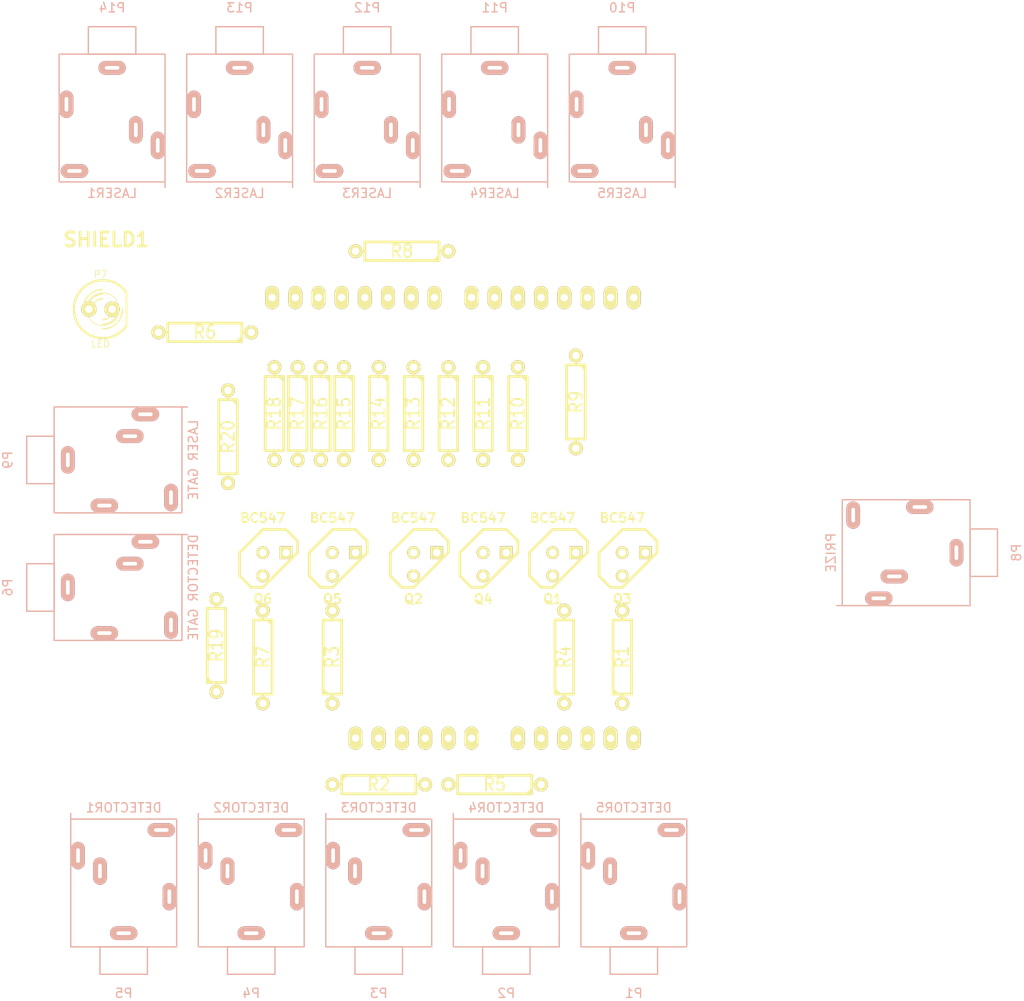
<source format=kicad_pcb>
(kicad_pcb (version 3) (host pcbnew "(2013-jul-07)-stable")

  (general
    (links 82)
    (no_connects 82)
    (area 0 0 0 0)
    (thickness 1.6)
    (drawings 0)
    (tracks 0)
    (zones 0)
    (modules 41)
    (nets 37)
  )

  (page A3)
  (layers
    (15 F.Cu signal)
    (0 B.Cu signal)
    (16 B.Adhes user)
    (17 F.Adhes user)
    (18 B.Paste user)
    (19 F.Paste user)
    (20 B.SilkS user)
    (21 F.SilkS user)
    (22 B.Mask user)
    (23 F.Mask user)
    (24 Dwgs.User user)
    (25 Cmts.User user)
    (26 Eco1.User user)
    (27 Eco2.User user)
    (28 Edge.Cuts user)
  )

  (setup
    (last_trace_width 0.254)
    (trace_clearance 0.254)
    (zone_clearance 0.508)
    (zone_45_only no)
    (trace_min 0.254)
    (segment_width 0.2)
    (edge_width 0.15)
    (via_size 0.889)
    (via_drill 0.635)
    (via_min_size 0.889)
    (via_min_drill 0.508)
    (uvia_size 0.508)
    (uvia_drill 0.127)
    (uvias_allowed no)
    (uvia_min_size 0.508)
    (uvia_min_drill 0.127)
    (pcb_text_width 0.3)
    (pcb_text_size 1.5 1.5)
    (mod_edge_width 0.15)
    (mod_text_size 1.5 1.5)
    (mod_text_width 0.15)
    (pad_size 1.524 1.524)
    (pad_drill 0.762)
    (pad_to_mask_clearance 0.2)
    (aux_axis_origin 0 0)
    (visible_elements FFFFFBBF)
    (pcbplotparams
      (layerselection 3178497)
      (usegerberextensions true)
      (excludeedgelayer true)
      (linewidth 0.100000)
      (plotframeref false)
      (viasonmask false)
      (mode 1)
      (useauxorigin false)
      (hpglpennumber 1)
      (hpglpenspeed 20)
      (hpglpendiameter 15)
      (hpglpenoverlay 2)
      (psnegative false)
      (psa4output false)
      (plotreference true)
      (plotvalue true)
      (plotothertext true)
      (plotinvisibletext false)
      (padsonsilk false)
      (subtractmaskfromsilk false)
      (outputformat 1)
      (mirror false)
      (drillshape 1)
      (scaleselection 1)
      (outputdirectory ""))
  )

  (net 0 "")
  (net 1 GND)
  (net 2 N-000001)
  (net 3 N-0000010)
  (net 4 N-0000011)
  (net 5 N-0000012)
  (net 6 N-0000013)
  (net 7 N-0000014)
  (net 8 N-0000015)
  (net 9 N-0000016)
  (net 10 N-0000017)
  (net 11 N-0000018)
  (net 12 N-0000019)
  (net 13 N-000002)
  (net 14 N-0000020)
  (net 15 N-0000021)
  (net 16 N-0000022)
  (net 17 N-0000023)
  (net 18 N-0000024)
  (net 19 N-0000025)
  (net 20 N-0000028)
  (net 21 N-000003)
  (net 22 N-0000035)
  (net 23 N-0000038)
  (net 24 N-000004)
  (net 25 N-0000041)
  (net 26 N-0000043)
  (net 27 N-0000045)
  (net 28 N-0000048)
  (net 29 N-0000053)
  (net 30 N-0000056)
  (net 31 N-0000059)
  (net 32 N-000006)
  (net 33 N-000007)
  (net 34 N-0000070)
  (net 35 N-000008)
  (net 36 N-000009)

  (net_class Default "This is the default net class."
    (clearance 0.254)
    (trace_width 0.254)
    (via_dia 0.889)
    (via_drill 0.635)
    (uvia_dia 0.508)
    (uvia_drill 0.127)
    (add_net "")
    (add_net GND)
    (add_net N-000001)
    (add_net N-0000010)
    (add_net N-0000011)
    (add_net N-0000012)
    (add_net N-0000013)
    (add_net N-0000014)
    (add_net N-0000015)
    (add_net N-0000016)
    (add_net N-0000017)
    (add_net N-0000018)
    (add_net N-0000019)
    (add_net N-000002)
    (add_net N-0000020)
    (add_net N-0000021)
    (add_net N-0000022)
    (add_net N-0000023)
    (add_net N-0000024)
    (add_net N-0000025)
    (add_net N-0000028)
    (add_net N-000003)
    (add_net N-0000035)
    (add_net N-0000038)
    (add_net N-000004)
    (add_net N-0000041)
    (add_net N-0000043)
    (add_net N-0000045)
    (add_net N-0000048)
    (add_net N-0000053)
    (add_net N-0000056)
    (add_net N-0000059)
    (add_net N-000006)
    (add_net N-000007)
    (add_net N-0000070)
    (add_net N-000008)
    (add_net N-000009)
  )

  (module TO92 (layer F.Cu) (tedit 443CFFD1) (tstamp 54DD1EFA)
    (at 241.3 147.32)
    (descr "Transistor TO92 brochage type BC237")
    (tags "TR TO92")
    (path /54D90396)
    (fp_text reference Q1 (at -1.27 3.81) (layer F.SilkS)
      (effects (font (size 1.016 1.016) (thickness 0.2032)))
    )
    (fp_text value BC547 (at -1.27 -5.08) (layer F.SilkS)
      (effects (font (size 1.016 1.016) (thickness 0.2032)))
    )
    (fp_line (start -1.27 2.54) (end 2.54 -1.27) (layer F.SilkS) (width 0.3048))
    (fp_line (start 2.54 -1.27) (end 2.54 -2.54) (layer F.SilkS) (width 0.3048))
    (fp_line (start 2.54 -2.54) (end 1.27 -3.81) (layer F.SilkS) (width 0.3048))
    (fp_line (start 1.27 -3.81) (end -1.27 -3.81) (layer F.SilkS) (width 0.3048))
    (fp_line (start -1.27 -3.81) (end -3.81 -1.27) (layer F.SilkS) (width 0.3048))
    (fp_line (start -3.81 -1.27) (end -3.81 1.27) (layer F.SilkS) (width 0.3048))
    (fp_line (start -3.81 1.27) (end -2.54 2.54) (layer F.SilkS) (width 0.3048))
    (fp_line (start -2.54 2.54) (end -1.27 2.54) (layer F.SilkS) (width 0.3048))
    (pad 1 thru_hole rect (at 1.27 -1.27) (size 1.397 1.397) (drill 0.8128)
      (layers *.Cu *.Mask F.SilkS)
      (net 8 N-0000015)
    )
    (pad 2 thru_hole circle (at -1.27 -1.27) (size 1.397 1.397) (drill 0.8128)
      (layers *.Cu *.Mask F.SilkS)
      (net 7 N-0000014)
    )
    (pad 3 thru_hole circle (at -1.27 1.27) (size 1.397 1.397) (drill 0.8128)
      (layers *.Cu *.Mask F.SilkS)
      (net 1 GND)
    )
    (model discret/to98.wrl
      (at (xyz 0 0 0))
      (scale (xyz 1 1 1))
      (rotate (xyz 0 0 0))
    )
  )

  (module TO92 (layer F.Cu) (tedit 443CFFD1) (tstamp 54DD1F09)
    (at 209.55 147.32)
    (descr "Transistor TO92 brochage type BC237")
    (tags "TR TO92")
    (path /54D90387)
    (fp_text reference Q6 (at -1.27 3.81) (layer F.SilkS)
      (effects (font (size 1.016 1.016) (thickness 0.2032)))
    )
    (fp_text value BC547 (at -1.27 -5.08) (layer F.SilkS)
      (effects (font (size 1.016 1.016) (thickness 0.2032)))
    )
    (fp_line (start -1.27 2.54) (end 2.54 -1.27) (layer F.SilkS) (width 0.3048))
    (fp_line (start 2.54 -1.27) (end 2.54 -2.54) (layer F.SilkS) (width 0.3048))
    (fp_line (start 2.54 -2.54) (end 1.27 -3.81) (layer F.SilkS) (width 0.3048))
    (fp_line (start 1.27 -3.81) (end -1.27 -3.81) (layer F.SilkS) (width 0.3048))
    (fp_line (start -1.27 -3.81) (end -3.81 -1.27) (layer F.SilkS) (width 0.3048))
    (fp_line (start -3.81 -1.27) (end -3.81 1.27) (layer F.SilkS) (width 0.3048))
    (fp_line (start -3.81 1.27) (end -2.54 2.54) (layer F.SilkS) (width 0.3048))
    (fp_line (start -2.54 2.54) (end -1.27 2.54) (layer F.SilkS) (width 0.3048))
    (pad 1 thru_hole rect (at 1.27 -1.27) (size 1.397 1.397) (drill 0.8128)
      (layers *.Cu *.Mask F.SilkS)
      (net 10 N-0000017)
    )
    (pad 2 thru_hole circle (at -1.27 -1.27) (size 1.397 1.397) (drill 0.8128)
      (layers *.Cu *.Mask F.SilkS)
      (net 9 N-0000016)
    )
    (pad 3 thru_hole circle (at -1.27 1.27) (size 1.397 1.397) (drill 0.8128)
      (layers *.Cu *.Mask F.SilkS)
      (net 1 GND)
    )
    (model discret/to98.wrl
      (at (xyz 0 0 0))
      (scale (xyz 1 1 1))
      (rotate (xyz 0 0 0))
    )
  )

  (module TO92 (layer F.Cu) (tedit 443CFFD1) (tstamp 54DD1F18)
    (at 217.17 147.32)
    (descr "Transistor TO92 brochage type BC237")
    (tags "TR TO92")
    (path /54D90378)
    (fp_text reference Q5 (at -1.27 3.81) (layer F.SilkS)
      (effects (font (size 1.016 1.016) (thickness 0.2032)))
    )
    (fp_text value BC547 (at -1.27 -5.08) (layer F.SilkS)
      (effects (font (size 1.016 1.016) (thickness 0.2032)))
    )
    (fp_line (start -1.27 2.54) (end 2.54 -1.27) (layer F.SilkS) (width 0.3048))
    (fp_line (start 2.54 -1.27) (end 2.54 -2.54) (layer F.SilkS) (width 0.3048))
    (fp_line (start 2.54 -2.54) (end 1.27 -3.81) (layer F.SilkS) (width 0.3048))
    (fp_line (start 1.27 -3.81) (end -1.27 -3.81) (layer F.SilkS) (width 0.3048))
    (fp_line (start -1.27 -3.81) (end -3.81 -1.27) (layer F.SilkS) (width 0.3048))
    (fp_line (start -3.81 -1.27) (end -3.81 1.27) (layer F.SilkS) (width 0.3048))
    (fp_line (start -3.81 1.27) (end -2.54 2.54) (layer F.SilkS) (width 0.3048))
    (fp_line (start -2.54 2.54) (end -1.27 2.54) (layer F.SilkS) (width 0.3048))
    (pad 1 thru_hole rect (at 1.27 -1.27) (size 1.397 1.397) (drill 0.8128)
      (layers *.Cu *.Mask F.SilkS)
      (net 12 N-0000019)
    )
    (pad 2 thru_hole circle (at -1.27 -1.27) (size 1.397 1.397) (drill 0.8128)
      (layers *.Cu *.Mask F.SilkS)
      (net 11 N-0000018)
    )
    (pad 3 thru_hole circle (at -1.27 1.27) (size 1.397 1.397) (drill 0.8128)
      (layers *.Cu *.Mask F.SilkS)
      (net 1 GND)
    )
    (model discret/to98.wrl
      (at (xyz 0 0 0))
      (scale (xyz 1 1 1))
      (rotate (xyz 0 0 0))
    )
  )

  (module TO92 (layer F.Cu) (tedit 443CFFD1) (tstamp 54DD1F27)
    (at 233.68 147.32)
    (descr "Transistor TO92 brochage type BC237")
    (tags "TR TO92")
    (path /54D90369)
    (fp_text reference Q4 (at -1.27 3.81) (layer F.SilkS)
      (effects (font (size 1.016 1.016) (thickness 0.2032)))
    )
    (fp_text value BC547 (at -1.27 -5.08) (layer F.SilkS)
      (effects (font (size 1.016 1.016) (thickness 0.2032)))
    )
    (fp_line (start -1.27 2.54) (end 2.54 -1.27) (layer F.SilkS) (width 0.3048))
    (fp_line (start 2.54 -1.27) (end 2.54 -2.54) (layer F.SilkS) (width 0.3048))
    (fp_line (start 2.54 -2.54) (end 1.27 -3.81) (layer F.SilkS) (width 0.3048))
    (fp_line (start 1.27 -3.81) (end -1.27 -3.81) (layer F.SilkS) (width 0.3048))
    (fp_line (start -1.27 -3.81) (end -3.81 -1.27) (layer F.SilkS) (width 0.3048))
    (fp_line (start -3.81 -1.27) (end -3.81 1.27) (layer F.SilkS) (width 0.3048))
    (fp_line (start -3.81 1.27) (end -2.54 2.54) (layer F.SilkS) (width 0.3048))
    (fp_line (start -2.54 2.54) (end -1.27 2.54) (layer F.SilkS) (width 0.3048))
    (pad 1 thru_hole rect (at 1.27 -1.27) (size 1.397 1.397) (drill 0.8128)
      (layers *.Cu *.Mask F.SilkS)
      (net 15 N-0000021)
    )
    (pad 2 thru_hole circle (at -1.27 -1.27) (size 1.397 1.397) (drill 0.8128)
      (layers *.Cu *.Mask F.SilkS)
      (net 14 N-0000020)
    )
    (pad 3 thru_hole circle (at -1.27 1.27) (size 1.397 1.397) (drill 0.8128)
      (layers *.Cu *.Mask F.SilkS)
      (net 1 GND)
    )
    (model discret/to98.wrl
      (at (xyz 0 0 0))
      (scale (xyz 1 1 1))
      (rotate (xyz 0 0 0))
    )
  )

  (module TO92 (layer F.Cu) (tedit 443CFFD1) (tstamp 54DD1F36)
    (at 248.92 147.32)
    (descr "Transistor TO92 brochage type BC237")
    (tags "TR TO92")
    (path /54D90354)
    (fp_text reference Q3 (at -1.27 3.81) (layer F.SilkS)
      (effects (font (size 1.016 1.016) (thickness 0.2032)))
    )
    (fp_text value BC547 (at -1.27 -5.08) (layer F.SilkS)
      (effects (font (size 1.016 1.016) (thickness 0.2032)))
    )
    (fp_line (start -1.27 2.54) (end 2.54 -1.27) (layer F.SilkS) (width 0.3048))
    (fp_line (start 2.54 -1.27) (end 2.54 -2.54) (layer F.SilkS) (width 0.3048))
    (fp_line (start 2.54 -2.54) (end 1.27 -3.81) (layer F.SilkS) (width 0.3048))
    (fp_line (start 1.27 -3.81) (end -1.27 -3.81) (layer F.SilkS) (width 0.3048))
    (fp_line (start -1.27 -3.81) (end -3.81 -1.27) (layer F.SilkS) (width 0.3048))
    (fp_line (start -3.81 -1.27) (end -3.81 1.27) (layer F.SilkS) (width 0.3048))
    (fp_line (start -3.81 1.27) (end -2.54 2.54) (layer F.SilkS) (width 0.3048))
    (fp_line (start -2.54 2.54) (end -1.27 2.54) (layer F.SilkS) (width 0.3048))
    (pad 1 thru_hole rect (at 1.27 -1.27) (size 1.397 1.397) (drill 0.8128)
      (layers *.Cu *.Mask F.SilkS)
      (net 16 N-0000022)
    )
    (pad 2 thru_hole circle (at -1.27 -1.27) (size 1.397 1.397) (drill 0.8128)
      (layers *.Cu *.Mask F.SilkS)
      (net 6 N-0000013)
    )
    (pad 3 thru_hole circle (at -1.27 1.27) (size 1.397 1.397) (drill 0.8128)
      (layers *.Cu *.Mask F.SilkS)
      (net 1 GND)
    )
    (model discret/to98.wrl
      (at (xyz 0 0 0))
      (scale (xyz 1 1 1))
      (rotate (xyz 0 0 0))
    )
  )

  (module TO92 (layer F.Cu) (tedit 443CFFD1) (tstamp 54DD1F45)
    (at 226.06 147.32)
    (descr "Transistor TO92 brochage type BC237")
    (tags "TR TO92")
    (path /54D9033E)
    (fp_text reference Q2 (at -1.27 3.81) (layer F.SilkS)
      (effects (font (size 1.016 1.016) (thickness 0.2032)))
    )
    (fp_text value BC547 (at -1.27 -5.08) (layer F.SilkS)
      (effects (font (size 1.016 1.016) (thickness 0.2032)))
    )
    (fp_line (start -1.27 2.54) (end 2.54 -1.27) (layer F.SilkS) (width 0.3048))
    (fp_line (start 2.54 -1.27) (end 2.54 -2.54) (layer F.SilkS) (width 0.3048))
    (fp_line (start 2.54 -2.54) (end 1.27 -3.81) (layer F.SilkS) (width 0.3048))
    (fp_line (start 1.27 -3.81) (end -1.27 -3.81) (layer F.SilkS) (width 0.3048))
    (fp_line (start -1.27 -3.81) (end -3.81 -1.27) (layer F.SilkS) (width 0.3048))
    (fp_line (start -3.81 -1.27) (end -3.81 1.27) (layer F.SilkS) (width 0.3048))
    (fp_line (start -3.81 1.27) (end -2.54 2.54) (layer F.SilkS) (width 0.3048))
    (fp_line (start -2.54 2.54) (end -1.27 2.54) (layer F.SilkS) (width 0.3048))
    (pad 1 thru_hole rect (at 1.27 -1.27) (size 1.397 1.397) (drill 0.8128)
      (layers *.Cu *.Mask F.SilkS)
      (net 18 N-0000024)
    )
    (pad 2 thru_hole circle (at -1.27 -1.27) (size 1.397 1.397) (drill 0.8128)
      (layers *.Cu *.Mask F.SilkS)
      (net 17 N-0000023)
    )
    (pad 3 thru_hole circle (at -1.27 1.27) (size 1.397 1.397) (drill 0.8128)
      (layers *.Cu *.Mask F.SilkS)
      (net 1 GND)
    )
    (model discret/to98.wrl
      (at (xyz 0 0 0))
      (scale (xyz 1 1 1))
      (rotate (xyz 0 0 0))
    )
  )

  (module R4 (layer F.Cu) (tedit 200000) (tstamp 54DD1F53)
    (at 220.98 130.81 270)
    (descr "Resitance 4 pas")
    (tags R)
    (path /54D9088B)
    (autoplace_cost180 10)
    (fp_text reference R14 (at 0 0 270) (layer F.SilkS)
      (effects (font (size 1.397 1.27) (thickness 0.2032)))
    )
    (fp_text value 1000 (at 0 0 270) (layer F.SilkS) hide
      (effects (font (size 1.397 1.27) (thickness 0.2032)))
    )
    (fp_line (start -5.08 0) (end -4.064 0) (layer F.SilkS) (width 0.3048))
    (fp_line (start -4.064 0) (end -4.064 -1.016) (layer F.SilkS) (width 0.3048))
    (fp_line (start -4.064 -1.016) (end 4.064 -1.016) (layer F.SilkS) (width 0.3048))
    (fp_line (start 4.064 -1.016) (end 4.064 1.016) (layer F.SilkS) (width 0.3048))
    (fp_line (start 4.064 1.016) (end -4.064 1.016) (layer F.SilkS) (width 0.3048))
    (fp_line (start -4.064 1.016) (end -4.064 0) (layer F.SilkS) (width 0.3048))
    (fp_line (start -4.064 -0.508) (end -3.556 -1.016) (layer F.SilkS) (width 0.3048))
    (fp_line (start 5.08 0) (end 4.064 0) (layer F.SilkS) (width 0.3048))
    (pad 1 thru_hole circle (at -5.08 0 270) (size 1.524 1.524) (drill 0.8128)
      (layers *.Cu *.Mask F.SilkS)
      (net 24 N-000004)
    )
    (pad 2 thru_hole circle (at 5.08 0 270) (size 1.524 1.524) (drill 0.8128)
      (layers *.Cu *.Mask F.SilkS)
      (net 11 N-0000018)
    )
    (model discret/resistor.wrl
      (at (xyz 0 0 0))
      (scale (xyz 0.4 0.4 0.4))
      (rotate (xyz 0 0 0))
    )
  )

  (module R4 (layer F.Cu) (tedit 200000) (tstamp 54DD1F61)
    (at 233.68 171.45 180)
    (descr "Resitance 4 pas")
    (tags R)
    (path /54D907F0)
    (autoplace_cost180 10)
    (fp_text reference R5 (at 0 0 180) (layer F.SilkS)
      (effects (font (size 1.397 1.27) (thickness 0.2032)))
    )
    (fp_text value 40k (at 0 0 180) (layer F.SilkS) hide
      (effects (font (size 1.397 1.27) (thickness 0.2032)))
    )
    (fp_line (start -5.08 0) (end -4.064 0) (layer F.SilkS) (width 0.3048))
    (fp_line (start -4.064 0) (end -4.064 -1.016) (layer F.SilkS) (width 0.3048))
    (fp_line (start -4.064 -1.016) (end 4.064 -1.016) (layer F.SilkS) (width 0.3048))
    (fp_line (start 4.064 -1.016) (end 4.064 1.016) (layer F.SilkS) (width 0.3048))
    (fp_line (start 4.064 1.016) (end -4.064 1.016) (layer F.SilkS) (width 0.3048))
    (fp_line (start -4.064 1.016) (end -4.064 0) (layer F.SilkS) (width 0.3048))
    (fp_line (start -4.064 -0.508) (end -3.556 -1.016) (layer F.SilkS) (width 0.3048))
    (fp_line (start 5.08 0) (end 4.064 0) (layer F.SilkS) (width 0.3048))
    (pad 1 thru_hole circle (at -5.08 0 180) (size 1.524 1.524) (drill 0.8128)
      (layers *.Cu *.Mask F.SilkS)
      (net 31 N-0000059)
    )
    (pad 2 thru_hole circle (at 5.08 0 180) (size 1.524 1.524) (drill 0.8128)
      (layers *.Cu *.Mask F.SilkS)
      (net 1 GND)
    )
    (model discret/resistor.wrl
      (at (xyz 0 0 0))
      (scale (xyz 0.4 0.4 0.4))
      (rotate (xyz 0 0 0))
    )
  )

  (module R4 (layer F.Cu) (tedit 200000) (tstamp 54DD1F6F)
    (at 208.28 157.48 270)
    (descr "Resitance 4 pas")
    (tags R)
    (path /54D907FF)
    (autoplace_cost180 10)
    (fp_text reference R7 (at 0 0 270) (layer F.SilkS)
      (effects (font (size 1.397 1.27) (thickness 0.2032)))
    )
    (fp_text value 40k (at 0 0 270) (layer F.SilkS) hide
      (effects (font (size 1.397 1.27) (thickness 0.2032)))
    )
    (fp_line (start -5.08 0) (end -4.064 0) (layer F.SilkS) (width 0.3048))
    (fp_line (start -4.064 0) (end -4.064 -1.016) (layer F.SilkS) (width 0.3048))
    (fp_line (start -4.064 -1.016) (end 4.064 -1.016) (layer F.SilkS) (width 0.3048))
    (fp_line (start 4.064 -1.016) (end 4.064 1.016) (layer F.SilkS) (width 0.3048))
    (fp_line (start 4.064 1.016) (end -4.064 1.016) (layer F.SilkS) (width 0.3048))
    (fp_line (start -4.064 1.016) (end -4.064 0) (layer F.SilkS) (width 0.3048))
    (fp_line (start -4.064 -0.508) (end -3.556 -1.016) (layer F.SilkS) (width 0.3048))
    (fp_line (start 5.08 0) (end 4.064 0) (layer F.SilkS) (width 0.3048))
    (pad 1 thru_hole circle (at -5.08 0 270) (size 1.524 1.524) (drill 0.8128)
      (layers *.Cu *.Mask F.SilkS)
      (net 1 GND)
    )
    (pad 2 thru_hole circle (at 5.08 0 270) (size 1.524 1.524) (drill 0.8128)
      (layers *.Cu *.Mask F.SilkS)
      (net 5 N-0000012)
    )
    (model discret/resistor.wrl
      (at (xyz 0 0 0))
      (scale (xyz 0.4 0.4 0.4))
      (rotate (xyz 0 0 0))
    )
  )

  (module R4 (layer F.Cu) (tedit 200000) (tstamp 54DD1F7D)
    (at 223.52 113.03 180)
    (descr "Resitance 4 pas")
    (tags R)
    (path /54D9080E)
    (autoplace_cost180 10)
    (fp_text reference R8 (at 0 0 180) (layer F.SilkS)
      (effects (font (size 1.397 1.27) (thickness 0.2032)))
    )
    (fp_text value 1000 (at 0 0 180) (layer F.SilkS) hide
      (effects (font (size 1.397 1.27) (thickness 0.2032)))
    )
    (fp_line (start -5.08 0) (end -4.064 0) (layer F.SilkS) (width 0.3048))
    (fp_line (start -4.064 0) (end -4.064 -1.016) (layer F.SilkS) (width 0.3048))
    (fp_line (start -4.064 -1.016) (end 4.064 -1.016) (layer F.SilkS) (width 0.3048))
    (fp_line (start 4.064 -1.016) (end 4.064 1.016) (layer F.SilkS) (width 0.3048))
    (fp_line (start 4.064 1.016) (end -4.064 1.016) (layer F.SilkS) (width 0.3048))
    (fp_line (start -4.064 1.016) (end -4.064 0) (layer F.SilkS) (width 0.3048))
    (fp_line (start -4.064 -0.508) (end -3.556 -1.016) (layer F.SilkS) (width 0.3048))
    (fp_line (start 5.08 0) (end 4.064 0) (layer F.SilkS) (width 0.3048))
    (pad 1 thru_hole circle (at -5.08 0 180) (size 1.524 1.524) (drill 0.8128)
      (layers *.Cu *.Mask F.SilkS)
      (net 22 N-0000035)
    )
    (pad 2 thru_hole circle (at 5.08 0 180) (size 1.524 1.524) (drill 0.8128)
      (layers *.Cu *.Mask F.SilkS)
      (net 1 GND)
    )
    (model discret/resistor.wrl
      (at (xyz 0 0 0))
      (scale (xyz 0.4 0.4 0.4))
      (rotate (xyz 0 0 0))
    )
  )

  (module R4 (layer F.Cu) (tedit 200000) (tstamp 54DD1F8B)
    (at 236.22 130.81 270)
    (descr "Resitance 4 pas")
    (tags R)
    (path /54D9086D)
    (autoplace_cost180 10)
    (fp_text reference R10 (at 0 0 270) (layer F.SilkS)
      (effects (font (size 1.397 1.27) (thickness 0.2032)))
    )
    (fp_text value 1000 (at 0 0 270) (layer F.SilkS) hide
      (effects (font (size 1.397 1.27) (thickness 0.2032)))
    )
    (fp_line (start -5.08 0) (end -4.064 0) (layer F.SilkS) (width 0.3048))
    (fp_line (start -4.064 0) (end -4.064 -1.016) (layer F.SilkS) (width 0.3048))
    (fp_line (start -4.064 -1.016) (end 4.064 -1.016) (layer F.SilkS) (width 0.3048))
    (fp_line (start 4.064 -1.016) (end 4.064 1.016) (layer F.SilkS) (width 0.3048))
    (fp_line (start 4.064 1.016) (end -4.064 1.016) (layer F.SilkS) (width 0.3048))
    (fp_line (start -4.064 1.016) (end -4.064 0) (layer F.SilkS) (width 0.3048))
    (fp_line (start -4.064 -0.508) (end -3.556 -1.016) (layer F.SilkS) (width 0.3048))
    (fp_line (start 5.08 0) (end 4.064 0) (layer F.SilkS) (width 0.3048))
    (pad 1 thru_hole circle (at -5.08 0 270) (size 1.524 1.524) (drill 0.8128)
      (layers *.Cu *.Mask F.SilkS)
      (net 4 N-0000011)
    )
    (pad 2 thru_hole circle (at 5.08 0 270) (size 1.524 1.524) (drill 0.8128)
      (layers *.Cu *.Mask F.SilkS)
      (net 7 N-0000014)
    )
    (model discret/resistor.wrl
      (at (xyz 0 0 0))
      (scale (xyz 0.4 0.4 0.4))
      (rotate (xyz 0 0 0))
    )
  )

  (module R4 (layer F.Cu) (tedit 200000) (tstamp 54DD1F99)
    (at 217.17 130.81 270)
    (descr "Resitance 4 pas")
    (tags R)
    (path /54D9087C)
    (autoplace_cost180 10)
    (fp_text reference R15 (at 0 0 270) (layer F.SilkS)
      (effects (font (size 1.397 1.27) (thickness 0.2032)))
    )
    (fp_text value 1000 (at 0 0 270) (layer F.SilkS) hide
      (effects (font (size 1.397 1.27) (thickness 0.2032)))
    )
    (fp_line (start -5.08 0) (end -4.064 0) (layer F.SilkS) (width 0.3048))
    (fp_line (start -4.064 0) (end -4.064 -1.016) (layer F.SilkS) (width 0.3048))
    (fp_line (start -4.064 -1.016) (end 4.064 -1.016) (layer F.SilkS) (width 0.3048))
    (fp_line (start 4.064 -1.016) (end 4.064 1.016) (layer F.SilkS) (width 0.3048))
    (fp_line (start 4.064 1.016) (end -4.064 1.016) (layer F.SilkS) (width 0.3048))
    (fp_line (start -4.064 1.016) (end -4.064 0) (layer F.SilkS) (width 0.3048))
    (fp_line (start -4.064 -0.508) (end -3.556 -1.016) (layer F.SilkS) (width 0.3048))
    (fp_line (start 5.08 0) (end 4.064 0) (layer F.SilkS) (width 0.3048))
    (pad 1 thru_hole circle (at -5.08 0 270) (size 1.524 1.524) (drill 0.8128)
      (layers *.Cu *.Mask F.SilkS)
      (net 21 N-000003)
    )
    (pad 2 thru_hole circle (at 5.08 0 270) (size 1.524 1.524) (drill 0.8128)
      (layers *.Cu *.Mask F.SilkS)
      (net 9 N-0000016)
    )
    (model discret/resistor.wrl
      (at (xyz 0 0 0))
      (scale (xyz 0.4 0.4 0.4))
      (rotate (xyz 0 0 0))
    )
  )

  (module R4 (layer F.Cu) (tedit 200000) (tstamp 54DD1FA7)
    (at 220.98 171.45)
    (descr "Resitance 4 pas")
    (tags R)
    (path /54D907C3)
    (autoplace_cost180 10)
    (fp_text reference R2 (at 0 0) (layer F.SilkS)
      (effects (font (size 1.397 1.27) (thickness 0.2032)))
    )
    (fp_text value 40k (at 0 0) (layer F.SilkS) hide
      (effects (font (size 1.397 1.27) (thickness 0.2032)))
    )
    (fp_line (start -5.08 0) (end -4.064 0) (layer F.SilkS) (width 0.3048))
    (fp_line (start -4.064 0) (end -4.064 -1.016) (layer F.SilkS) (width 0.3048))
    (fp_line (start -4.064 -1.016) (end 4.064 -1.016) (layer F.SilkS) (width 0.3048))
    (fp_line (start 4.064 -1.016) (end 4.064 1.016) (layer F.SilkS) (width 0.3048))
    (fp_line (start 4.064 1.016) (end -4.064 1.016) (layer F.SilkS) (width 0.3048))
    (fp_line (start -4.064 1.016) (end -4.064 0) (layer F.SilkS) (width 0.3048))
    (fp_line (start -4.064 -0.508) (end -3.556 -1.016) (layer F.SilkS) (width 0.3048))
    (fp_line (start 5.08 0) (end 4.064 0) (layer F.SilkS) (width 0.3048))
    (pad 1 thru_hole circle (at -5.08 0) (size 1.524 1.524) (drill 0.8128)
      (layers *.Cu *.Mask F.SilkS)
      (net 20 N-0000028)
    )
    (pad 2 thru_hole circle (at 5.08 0) (size 1.524 1.524) (drill 0.8128)
      (layers *.Cu *.Mask F.SilkS)
      (net 1 GND)
    )
    (model discret/resistor.wrl
      (at (xyz 0 0 0))
      (scale (xyz 0.4 0.4 0.4))
      (rotate (xyz 0 0 0))
    )
  )

  (module R4 (layer F.Cu) (tedit 200000) (tstamp 54DD1FB5)
    (at 224.79 130.81 270)
    (descr "Resitance 4 pas")
    (tags R)
    (path /54D9089A)
    (autoplace_cost180 10)
    (fp_text reference R13 (at 0 0 270) (layer F.SilkS)
      (effects (font (size 1.397 1.27) (thickness 0.2032)))
    )
    (fp_text value 1000 (at 0 0 270) (layer F.SilkS) hide
      (effects (font (size 1.397 1.27) (thickness 0.2032)))
    )
    (fp_line (start -5.08 0) (end -4.064 0) (layer F.SilkS) (width 0.3048))
    (fp_line (start -4.064 0) (end -4.064 -1.016) (layer F.SilkS) (width 0.3048))
    (fp_line (start -4.064 -1.016) (end 4.064 -1.016) (layer F.SilkS) (width 0.3048))
    (fp_line (start 4.064 -1.016) (end 4.064 1.016) (layer F.SilkS) (width 0.3048))
    (fp_line (start 4.064 1.016) (end -4.064 1.016) (layer F.SilkS) (width 0.3048))
    (fp_line (start -4.064 1.016) (end -4.064 0) (layer F.SilkS) (width 0.3048))
    (fp_line (start -4.064 -0.508) (end -3.556 -1.016) (layer F.SilkS) (width 0.3048))
    (fp_line (start 5.08 0) (end 4.064 0) (layer F.SilkS) (width 0.3048))
    (pad 1 thru_hole circle (at -5.08 0 270) (size 1.524 1.524) (drill 0.8128)
      (layers *.Cu *.Mask F.SilkS)
      (net 35 N-000008)
    )
    (pad 2 thru_hole circle (at 5.08 0 270) (size 1.524 1.524) (drill 0.8128)
      (layers *.Cu *.Mask F.SilkS)
      (net 14 N-0000020)
    )
    (model discret/resistor.wrl
      (at (xyz 0 0 0))
      (scale (xyz 0.4 0.4 0.4))
      (rotate (xyz 0 0 0))
    )
  )

  (module R4 (layer F.Cu) (tedit 200000) (tstamp 54DD1FC3)
    (at 228.6 130.81 270)
    (descr "Resitance 4 pas")
    (tags R)
    (path /54D908A9)
    (autoplace_cost180 10)
    (fp_text reference R12 (at 0 0 270) (layer F.SilkS)
      (effects (font (size 1.397 1.27) (thickness 0.2032)))
    )
    (fp_text value 1000 (at 0 0 270) (layer F.SilkS) hide
      (effects (font (size 1.397 1.27) (thickness 0.2032)))
    )
    (fp_line (start -5.08 0) (end -4.064 0) (layer F.SilkS) (width 0.3048))
    (fp_line (start -4.064 0) (end -4.064 -1.016) (layer F.SilkS) (width 0.3048))
    (fp_line (start -4.064 -1.016) (end 4.064 -1.016) (layer F.SilkS) (width 0.3048))
    (fp_line (start 4.064 -1.016) (end 4.064 1.016) (layer F.SilkS) (width 0.3048))
    (fp_line (start 4.064 1.016) (end -4.064 1.016) (layer F.SilkS) (width 0.3048))
    (fp_line (start -4.064 1.016) (end -4.064 0) (layer F.SilkS) (width 0.3048))
    (fp_line (start -4.064 -0.508) (end -3.556 -1.016) (layer F.SilkS) (width 0.3048))
    (fp_line (start 5.08 0) (end 4.064 0) (layer F.SilkS) (width 0.3048))
    (pad 1 thru_hole circle (at -5.08 0 270) (size 1.524 1.524) (drill 0.8128)
      (layers *.Cu *.Mask F.SilkS)
      (net 36 N-000009)
    )
    (pad 2 thru_hole circle (at 5.08 0 270) (size 1.524 1.524) (drill 0.8128)
      (layers *.Cu *.Mask F.SilkS)
      (net 6 N-0000013)
    )
    (model discret/resistor.wrl
      (at (xyz 0 0 0))
      (scale (xyz 0.4 0.4 0.4))
      (rotate (xyz 0 0 0))
    )
  )

  (module R4 (layer F.Cu) (tedit 200000) (tstamp 54DD1FD1)
    (at 232.41 130.81 270)
    (descr "Resitance 4 pas")
    (tags R)
    (path /54D908B8)
    (autoplace_cost180 10)
    (fp_text reference R11 (at 0 0 270) (layer F.SilkS)
      (effects (font (size 1.397 1.27) (thickness 0.2032)))
    )
    (fp_text value 1000 (at 0 0 270) (layer F.SilkS) hide
      (effects (font (size 1.397 1.27) (thickness 0.2032)))
    )
    (fp_line (start -5.08 0) (end -4.064 0) (layer F.SilkS) (width 0.3048))
    (fp_line (start -4.064 0) (end -4.064 -1.016) (layer F.SilkS) (width 0.3048))
    (fp_line (start -4.064 -1.016) (end 4.064 -1.016) (layer F.SilkS) (width 0.3048))
    (fp_line (start 4.064 -1.016) (end 4.064 1.016) (layer F.SilkS) (width 0.3048))
    (fp_line (start 4.064 1.016) (end -4.064 1.016) (layer F.SilkS) (width 0.3048))
    (fp_line (start -4.064 1.016) (end -4.064 0) (layer F.SilkS) (width 0.3048))
    (fp_line (start -4.064 -0.508) (end -3.556 -1.016) (layer F.SilkS) (width 0.3048))
    (fp_line (start 5.08 0) (end 4.064 0) (layer F.SilkS) (width 0.3048))
    (pad 1 thru_hole circle (at -5.08 0 270) (size 1.524 1.524) (drill 0.8128)
      (layers *.Cu *.Mask F.SilkS)
      (net 3 N-0000010)
    )
    (pad 2 thru_hole circle (at 5.08 0 270) (size 1.524 1.524) (drill 0.8128)
      (layers *.Cu *.Mask F.SilkS)
      (net 17 N-0000023)
    )
    (model discret/resistor.wrl
      (at (xyz 0 0 0))
      (scale (xyz 0.4 0.4 0.4))
      (rotate (xyz 0 0 0))
    )
  )

  (module R4 (layer F.Cu) (tedit 200000) (tstamp 54DD1FDF)
    (at 201.93 121.92 180)
    (descr "Resitance 4 pas")
    (tags R)
    (path /54DCEF3E)
    (autoplace_cost180 10)
    (fp_text reference R6 (at 0 0 180) (layer F.SilkS)
      (effects (font (size 1.397 1.27) (thickness 0.2032)))
    )
    (fp_text value 1000 (at 0 0 180) (layer F.SilkS) hide
      (effects (font (size 1.397 1.27) (thickness 0.2032)))
    )
    (fp_line (start -5.08 0) (end -4.064 0) (layer F.SilkS) (width 0.3048))
    (fp_line (start -4.064 0) (end -4.064 -1.016) (layer F.SilkS) (width 0.3048))
    (fp_line (start -4.064 -1.016) (end 4.064 -1.016) (layer F.SilkS) (width 0.3048))
    (fp_line (start 4.064 -1.016) (end 4.064 1.016) (layer F.SilkS) (width 0.3048))
    (fp_line (start 4.064 1.016) (end -4.064 1.016) (layer F.SilkS) (width 0.3048))
    (fp_line (start -4.064 1.016) (end -4.064 0) (layer F.SilkS) (width 0.3048))
    (fp_line (start -4.064 -0.508) (end -3.556 -1.016) (layer F.SilkS) (width 0.3048))
    (fp_line (start 5.08 0) (end 4.064 0) (layer F.SilkS) (width 0.3048))
    (pad 1 thru_hole circle (at -5.08 0 180) (size 1.524 1.524) (drill 0.8128)
      (layers *.Cu *.Mask F.SilkS)
      (net 1 GND)
    )
    (pad 2 thru_hole circle (at 5.08 0 180) (size 1.524 1.524) (drill 0.8128)
      (layers *.Cu *.Mask F.SilkS)
      (net 34 N-0000070)
    )
    (model discret/resistor.wrl
      (at (xyz 0 0 0))
      (scale (xyz 0.4 0.4 0.4))
      (rotate (xyz 0 0 0))
    )
  )

  (module R4 (layer F.Cu) (tedit 200000) (tstamp 54DD1FED)
    (at 214.63 130.81 270)
    (descr "Resitance 4 pas")
    (tags R)
    (path /54DCFDF0)
    (autoplace_cost180 10)
    (fp_text reference R16 (at 0 0 270) (layer F.SilkS)
      (effects (font (size 1.397 1.27) (thickness 0.2032)))
    )
    (fp_text value 22 (at 0 0 270) (layer F.SilkS) hide
      (effects (font (size 1.397 1.27) (thickness 0.2032)))
    )
    (fp_line (start -5.08 0) (end -4.064 0) (layer F.SilkS) (width 0.3048))
    (fp_line (start -4.064 0) (end -4.064 -1.016) (layer F.SilkS) (width 0.3048))
    (fp_line (start -4.064 -1.016) (end 4.064 -1.016) (layer F.SilkS) (width 0.3048))
    (fp_line (start 4.064 -1.016) (end 4.064 1.016) (layer F.SilkS) (width 0.3048))
    (fp_line (start 4.064 1.016) (end -4.064 1.016) (layer F.SilkS) (width 0.3048))
    (fp_line (start -4.064 1.016) (end -4.064 0) (layer F.SilkS) (width 0.3048))
    (fp_line (start -4.064 -0.508) (end -3.556 -1.016) (layer F.SilkS) (width 0.3048))
    (fp_line (start 5.08 0) (end 4.064 0) (layer F.SilkS) (width 0.3048))
    (pad 1 thru_hole circle (at -5.08 0 270) (size 1.524 1.524) (drill 0.8128)
      (layers *.Cu *.Mask F.SilkS)
      (net 28 N-0000048)
    )
    (pad 2 thru_hole circle (at 5.08 0 270) (size 1.524 1.524) (drill 0.8128)
      (layers *.Cu *.Mask F.SilkS)
      (net 18 N-0000024)
    )
    (model discret/resistor.wrl
      (at (xyz 0 0 0))
      (scale (xyz 0.4 0.4 0.4))
      (rotate (xyz 0 0 0))
    )
  )

  (module R4 (layer F.Cu) (tedit 200000) (tstamp 54DD1FFB)
    (at 212.09 130.81 270)
    (descr "Resitance 4 pas")
    (tags R)
    (path /54DCFDFF)
    (autoplace_cost180 10)
    (fp_text reference R17 (at 0 0 270) (layer F.SilkS)
      (effects (font (size 1.397 1.27) (thickness 0.2032)))
    )
    (fp_text value 22 (at 0 0 270) (layer F.SilkS) hide
      (effects (font (size 1.397 1.27) (thickness 0.2032)))
    )
    (fp_line (start -5.08 0) (end -4.064 0) (layer F.SilkS) (width 0.3048))
    (fp_line (start -4.064 0) (end -4.064 -1.016) (layer F.SilkS) (width 0.3048))
    (fp_line (start -4.064 -1.016) (end 4.064 -1.016) (layer F.SilkS) (width 0.3048))
    (fp_line (start 4.064 -1.016) (end 4.064 1.016) (layer F.SilkS) (width 0.3048))
    (fp_line (start 4.064 1.016) (end -4.064 1.016) (layer F.SilkS) (width 0.3048))
    (fp_line (start -4.064 1.016) (end -4.064 0) (layer F.SilkS) (width 0.3048))
    (fp_line (start -4.064 -0.508) (end -3.556 -1.016) (layer F.SilkS) (width 0.3048))
    (fp_line (start 5.08 0) (end 4.064 0) (layer F.SilkS) (width 0.3048))
    (pad 1 thru_hole circle (at -5.08 0 270) (size 1.524 1.524) (drill 0.8128)
      (layers *.Cu *.Mask F.SilkS)
      (net 26 N-0000043)
    )
    (pad 2 thru_hole circle (at 5.08 0 270) (size 1.524 1.524) (drill 0.8128)
      (layers *.Cu *.Mask F.SilkS)
      (net 16 N-0000022)
    )
    (model discret/resistor.wrl
      (at (xyz 0 0 0))
      (scale (xyz 0.4 0.4 0.4))
      (rotate (xyz 0 0 0))
    )
  )

  (module R4 (layer F.Cu) (tedit 200000) (tstamp 54DD2009)
    (at 209.55 130.81 270)
    (descr "Resitance 4 pas")
    (tags R)
    (path /54DCFE0E)
    (autoplace_cost180 10)
    (fp_text reference R18 (at 0 0 270) (layer F.SilkS)
      (effects (font (size 1.397 1.27) (thickness 0.2032)))
    )
    (fp_text value 22 (at 0 0 270) (layer F.SilkS) hide
      (effects (font (size 1.397 1.27) (thickness 0.2032)))
    )
    (fp_line (start -5.08 0) (end -4.064 0) (layer F.SilkS) (width 0.3048))
    (fp_line (start -4.064 0) (end -4.064 -1.016) (layer F.SilkS) (width 0.3048))
    (fp_line (start -4.064 -1.016) (end 4.064 -1.016) (layer F.SilkS) (width 0.3048))
    (fp_line (start 4.064 -1.016) (end 4.064 1.016) (layer F.SilkS) (width 0.3048))
    (fp_line (start 4.064 1.016) (end -4.064 1.016) (layer F.SilkS) (width 0.3048))
    (fp_line (start -4.064 1.016) (end -4.064 0) (layer F.SilkS) (width 0.3048))
    (fp_line (start -4.064 -0.508) (end -3.556 -1.016) (layer F.SilkS) (width 0.3048))
    (fp_line (start 5.08 0) (end 4.064 0) (layer F.SilkS) (width 0.3048))
    (pad 1 thru_hole circle (at -5.08 0 270) (size 1.524 1.524) (drill 0.8128)
      (layers *.Cu *.Mask F.SilkS)
      (net 25 N-0000041)
    )
    (pad 2 thru_hole circle (at 5.08 0 270) (size 1.524 1.524) (drill 0.8128)
      (layers *.Cu *.Mask F.SilkS)
      (net 15 N-0000021)
    )
    (model discret/resistor.wrl
      (at (xyz 0 0 0))
      (scale (xyz 0.4 0.4 0.4))
      (rotate (xyz 0 0 0))
    )
  )

  (module R4 (layer F.Cu) (tedit 200000) (tstamp 54DD2017)
    (at 203.2 156.21 90)
    (descr "Resitance 4 pas")
    (tags R)
    (path /54DCFE1D)
    (autoplace_cost180 10)
    (fp_text reference R19 (at 0 0 90) (layer F.SilkS)
      (effects (font (size 1.397 1.27) (thickness 0.2032)))
    )
    (fp_text value 22 (at 0 0 90) (layer F.SilkS) hide
      (effects (font (size 1.397 1.27) (thickness 0.2032)))
    )
    (fp_line (start -5.08 0) (end -4.064 0) (layer F.SilkS) (width 0.3048))
    (fp_line (start -4.064 0) (end -4.064 -1.016) (layer F.SilkS) (width 0.3048))
    (fp_line (start -4.064 -1.016) (end 4.064 -1.016) (layer F.SilkS) (width 0.3048))
    (fp_line (start 4.064 -1.016) (end 4.064 1.016) (layer F.SilkS) (width 0.3048))
    (fp_line (start 4.064 1.016) (end -4.064 1.016) (layer F.SilkS) (width 0.3048))
    (fp_line (start -4.064 1.016) (end -4.064 0) (layer F.SilkS) (width 0.3048))
    (fp_line (start -4.064 -0.508) (end -3.556 -1.016) (layer F.SilkS) (width 0.3048))
    (fp_line (start 5.08 0) (end 4.064 0) (layer F.SilkS) (width 0.3048))
    (pad 1 thru_hole circle (at -5.08 0 90) (size 1.524 1.524) (drill 0.8128)
      (layers *.Cu *.Mask F.SilkS)
      (net 23 N-0000038)
    )
    (pad 2 thru_hole circle (at 5.08 0 90) (size 1.524 1.524) (drill 0.8128)
      (layers *.Cu *.Mask F.SilkS)
      (net 12 N-0000019)
    )
    (model discret/resistor.wrl
      (at (xyz 0 0 0))
      (scale (xyz 0.4 0.4 0.4))
      (rotate (xyz 0 0 0))
    )
  )

  (module R4 (layer F.Cu) (tedit 200000) (tstamp 54DD2025)
    (at 204.47 133.35 270)
    (descr "Resitance 4 pas")
    (tags R)
    (path /54DCFE2C)
    (autoplace_cost180 10)
    (fp_text reference R20 (at 0 0 270) (layer F.SilkS)
      (effects (font (size 1.397 1.27) (thickness 0.2032)))
    )
    (fp_text value 22 (at 0 0 270) (layer F.SilkS) hide
      (effects (font (size 1.397 1.27) (thickness 0.2032)))
    )
    (fp_line (start -5.08 0) (end -4.064 0) (layer F.SilkS) (width 0.3048))
    (fp_line (start -4.064 0) (end -4.064 -1.016) (layer F.SilkS) (width 0.3048))
    (fp_line (start -4.064 -1.016) (end 4.064 -1.016) (layer F.SilkS) (width 0.3048))
    (fp_line (start 4.064 -1.016) (end 4.064 1.016) (layer F.SilkS) (width 0.3048))
    (fp_line (start 4.064 1.016) (end -4.064 1.016) (layer F.SilkS) (width 0.3048))
    (fp_line (start -4.064 1.016) (end -4.064 0) (layer F.SilkS) (width 0.3048))
    (fp_line (start -4.064 -0.508) (end -3.556 -1.016) (layer F.SilkS) (width 0.3048))
    (fp_line (start 5.08 0) (end 4.064 0) (layer F.SilkS) (width 0.3048))
    (pad 1 thru_hole circle (at -5.08 0 270) (size 1.524 1.524) (drill 0.8128)
      (layers *.Cu *.Mask F.SilkS)
      (net 27 N-0000045)
    )
    (pad 2 thru_hole circle (at 5.08 0 270) (size 1.524 1.524) (drill 0.8128)
      (layers *.Cu *.Mask F.SilkS)
      (net 10 N-0000017)
    )
    (model discret/resistor.wrl
      (at (xyz 0 0 0))
      (scale (xyz 0.4 0.4 0.4))
      (rotate (xyz 0 0 0))
    )
  )

  (module R4 (layer F.Cu) (tedit 200000) (tstamp 54DD2033)
    (at 242.57 129.54 270)
    (descr "Resitance 4 pas")
    (tags R)
    (path /54DCFE6D)
    (autoplace_cost180 10)
    (fp_text reference R9 (at 0 0 270) (layer F.SilkS)
      (effects (font (size 1.397 1.27) (thickness 0.2032)))
    )
    (fp_text value 22 (at 0 0 270) (layer F.SilkS) hide
      (effects (font (size 1.397 1.27) (thickness 0.2032)))
    )
    (fp_line (start -5.08 0) (end -4.064 0) (layer F.SilkS) (width 0.3048))
    (fp_line (start -4.064 0) (end -4.064 -1.016) (layer F.SilkS) (width 0.3048))
    (fp_line (start -4.064 -1.016) (end 4.064 -1.016) (layer F.SilkS) (width 0.3048))
    (fp_line (start 4.064 -1.016) (end 4.064 1.016) (layer F.SilkS) (width 0.3048))
    (fp_line (start 4.064 1.016) (end -4.064 1.016) (layer F.SilkS) (width 0.3048))
    (fp_line (start -4.064 1.016) (end -4.064 0) (layer F.SilkS) (width 0.3048))
    (fp_line (start -4.064 -0.508) (end -3.556 -1.016) (layer F.SilkS) (width 0.3048))
    (fp_line (start 5.08 0) (end 4.064 0) (layer F.SilkS) (width 0.3048))
    (pad 1 thru_hole circle (at -5.08 0 270) (size 1.524 1.524) (drill 0.8128)
      (layers *.Cu *.Mask F.SilkS)
      (net 33 N-000007)
    )
    (pad 2 thru_hole circle (at 5.08 0 270) (size 1.524 1.524) (drill 0.8128)
      (layers *.Cu *.Mask F.SilkS)
      (net 8 N-0000015)
    )
    (model discret/resistor.wrl
      (at (xyz 0 0 0))
      (scale (xyz 0.4 0.4 0.4))
      (rotate (xyz 0 0 0))
    )
  )

  (module R4 (layer F.Cu) (tedit 200000) (tstamp 54DD2041)
    (at 215.9 157.48 90)
    (descr "Resitance 4 pas")
    (tags R)
    (path /54D907D2)
    (autoplace_cost180 10)
    (fp_text reference R3 (at 0 0 90) (layer F.SilkS)
      (effects (font (size 1.397 1.27) (thickness 0.2032)))
    )
    (fp_text value 40k (at 0 0 90) (layer F.SilkS) hide
      (effects (font (size 1.397 1.27) (thickness 0.2032)))
    )
    (fp_line (start -5.08 0) (end -4.064 0) (layer F.SilkS) (width 0.3048))
    (fp_line (start -4.064 0) (end -4.064 -1.016) (layer F.SilkS) (width 0.3048))
    (fp_line (start -4.064 -1.016) (end 4.064 -1.016) (layer F.SilkS) (width 0.3048))
    (fp_line (start 4.064 -1.016) (end 4.064 1.016) (layer F.SilkS) (width 0.3048))
    (fp_line (start 4.064 1.016) (end -4.064 1.016) (layer F.SilkS) (width 0.3048))
    (fp_line (start -4.064 1.016) (end -4.064 0) (layer F.SilkS) (width 0.3048))
    (fp_line (start -4.064 -0.508) (end -3.556 -1.016) (layer F.SilkS) (width 0.3048))
    (fp_line (start 5.08 0) (end 4.064 0) (layer F.SilkS) (width 0.3048))
    (pad 1 thru_hole circle (at -5.08 0 90) (size 1.524 1.524) (drill 0.8128)
      (layers *.Cu *.Mask F.SilkS)
      (net 29 N-0000053)
    )
    (pad 2 thru_hole circle (at 5.08 0 90) (size 1.524 1.524) (drill 0.8128)
      (layers *.Cu *.Mask F.SilkS)
      (net 1 GND)
    )
    (model discret/resistor.wrl
      (at (xyz 0 0 0))
      (scale (xyz 0.4 0.4 0.4))
      (rotate (xyz 0 0 0))
    )
  )

  (module R4 (layer F.Cu) (tedit 200000) (tstamp 54DD204F)
    (at 241.3 157.48 90)
    (descr "Resitance 4 pas")
    (tags R)
    (path /54D907E1)
    (autoplace_cost180 10)
    (fp_text reference R4 (at 0 0 90) (layer F.SilkS)
      (effects (font (size 1.397 1.27) (thickness 0.2032)))
    )
    (fp_text value 40k (at 0 0 90) (layer F.SilkS) hide
      (effects (font (size 1.397 1.27) (thickness 0.2032)))
    )
    (fp_line (start -5.08 0) (end -4.064 0) (layer F.SilkS) (width 0.3048))
    (fp_line (start -4.064 0) (end -4.064 -1.016) (layer F.SilkS) (width 0.3048))
    (fp_line (start -4.064 -1.016) (end 4.064 -1.016) (layer F.SilkS) (width 0.3048))
    (fp_line (start 4.064 -1.016) (end 4.064 1.016) (layer F.SilkS) (width 0.3048))
    (fp_line (start 4.064 1.016) (end -4.064 1.016) (layer F.SilkS) (width 0.3048))
    (fp_line (start -4.064 1.016) (end -4.064 0) (layer F.SilkS) (width 0.3048))
    (fp_line (start -4.064 -0.508) (end -3.556 -1.016) (layer F.SilkS) (width 0.3048))
    (fp_line (start 5.08 0) (end 4.064 0) (layer F.SilkS) (width 0.3048))
    (pad 1 thru_hole circle (at -5.08 0 90) (size 1.524 1.524) (drill 0.8128)
      (layers *.Cu *.Mask F.SilkS)
      (net 30 N-0000056)
    )
    (pad 2 thru_hole circle (at 5.08 0 90) (size 1.524 1.524) (drill 0.8128)
      (layers *.Cu *.Mask F.SilkS)
      (net 1 GND)
    )
    (model discret/resistor.wrl
      (at (xyz 0 0 0))
      (scale (xyz 0.4 0.4 0.4))
      (rotate (xyz 0 0 0))
    )
  )

  (module R4 (layer F.Cu) (tedit 200000) (tstamp 54DD205D)
    (at 247.65 157.48 90)
    (descr "Resitance 4 pas")
    (tags R)
    (path /54D907B4)
    (autoplace_cost180 10)
    (fp_text reference R1 (at 0 0 90) (layer F.SilkS)
      (effects (font (size 1.397 1.27) (thickness 0.2032)))
    )
    (fp_text value 40k (at 0 0 90) (layer F.SilkS) hide
      (effects (font (size 1.397 1.27) (thickness 0.2032)))
    )
    (fp_line (start -5.08 0) (end -4.064 0) (layer F.SilkS) (width 0.3048))
    (fp_line (start -4.064 0) (end -4.064 -1.016) (layer F.SilkS) (width 0.3048))
    (fp_line (start -4.064 -1.016) (end 4.064 -1.016) (layer F.SilkS) (width 0.3048))
    (fp_line (start 4.064 -1.016) (end 4.064 1.016) (layer F.SilkS) (width 0.3048))
    (fp_line (start 4.064 1.016) (end -4.064 1.016) (layer F.SilkS) (width 0.3048))
    (fp_line (start -4.064 1.016) (end -4.064 0) (layer F.SilkS) (width 0.3048))
    (fp_line (start -4.064 -0.508) (end -3.556 -1.016) (layer F.SilkS) (width 0.3048))
    (fp_line (start 5.08 0) (end 4.064 0) (layer F.SilkS) (width 0.3048))
    (pad 1 thru_hole circle (at -5.08 0 90) (size 1.524 1.524) (drill 0.8128)
      (layers *.Cu *.Mask F.SilkS)
      (net 19 N-0000025)
    )
    (pad 2 thru_hole circle (at 5.08 0 90) (size 1.524 1.524) (drill 0.8128)
      (layers *.Cu *.Mask F.SilkS)
      (net 1 GND)
    )
    (model discret/resistor.wrl
      (at (xyz 0 0 0))
      (scale (xyz 0.4 0.4 0.4))
      (rotate (xyz 0 0 0))
    )
  )

  (module LED-5MM (layer F.Cu) (tedit 50ADE86B) (tstamp 54DD206C)
    (at 190.5 119.38)
    (descr "LED 5mm - Lead pitch 100mil (2,54mm)")
    (tags "LED led 5mm 5MM 100mil 2,54mm")
    (path /54DCEE5F)
    (fp_text reference P7 (at 0 -3.81) (layer F.SilkS)
      (effects (font (size 0.762 0.762) (thickness 0.0889)))
    )
    (fp_text value LED (at 0 3.81) (layer F.SilkS)
      (effects (font (size 0.762 0.762) (thickness 0.0889)))
    )
    (fp_line (start 2.8448 1.905) (end 2.8448 -1.905) (layer F.SilkS) (width 0.2032))
    (fp_circle (center 0.254 0) (end -1.016 1.27) (layer F.SilkS) (width 0.0762))
    (fp_arc (start 0.254 0) (end 2.794 1.905) (angle 286.2) (layer F.SilkS) (width 0.254))
    (fp_arc (start 0.254 0) (end -0.889 0) (angle 90) (layer F.SilkS) (width 0.1524))
    (fp_arc (start 0.254 0) (end 1.397 0) (angle 90) (layer F.SilkS) (width 0.1524))
    (fp_arc (start 0.254 0) (end -1.397 0) (angle 90) (layer F.SilkS) (width 0.1524))
    (fp_arc (start 0.254 0) (end 1.905 0) (angle 90) (layer F.SilkS) (width 0.1524))
    (fp_arc (start 0.254 0) (end -1.905 0) (angle 90) (layer F.SilkS) (width 0.1524))
    (fp_arc (start 0.254 0) (end 2.413 0) (angle 90) (layer F.SilkS) (width 0.1524))
    (pad 1 thru_hole circle (at -1.27 0) (size 1.6764 1.6764) (drill 0.8128)
      (layers *.Cu *.Mask F.SilkS)
      (net 34 N-0000070)
    )
    (pad 2 thru_hole circle (at 1.27 0) (size 1.6764 1.6764) (drill 0.8128)
      (layers *.Cu *.Mask F.SilkS)
      (net 13 N-000002)
    )
    (model discret/leds/led5_vertical_verde.wrl
      (at (xyz 0 0 0))
      (scale (xyz 1 1 1))
      (rotate (xyz 0 0 0))
    )
  )

  (module audiojack (layer B.Cu) (tedit 54DD1C38) (tstamp 54DD207F)
    (at 247.65 91.44 180)
    (path /54D90107)
    (fp_text reference P10 (at 0 5.08 180) (layer B.SilkS)
      (effects (font (size 1 1) (thickness 0.15)) (justify mirror))
    )
    (fp_text value LASER5 (at 0 -15.24 180) (layer B.SilkS)
      (effects (font (size 1 1) (thickness 0.15)) (justify mirror))
    )
    (fp_line (start 0 0) (end -5.8 0) (layer B.SilkS) (width 0.15))
    (fp_line (start -5.8 0) (end -5.8 -14.6) (layer B.SilkS) (width 0.15))
    (fp_line (start -5.8 -14) (end 5.8 -14) (layer B.SilkS) (width 0.15))
    (fp_line (start 5.8 -14) (end 5.8 0) (layer B.SilkS) (width 0.15))
    (fp_line (start 5.8 0) (end 0.1 0) (layer B.SilkS) (width 0.15))
    (fp_line (start 0 0) (end 2.6 0) (layer B.SilkS) (width 0.15))
    (fp_line (start 2.6 0) (end 2.6 3) (layer B.SilkS) (width 0.15))
    (fp_line (start 2.6 3) (end -2.6 3) (layer B.SilkS) (width 0.15))
    (fp_line (start -2.6 3) (end -2.6 0) (layer B.SilkS) (width 0.15))
    (fp_line (start -2.6 0) (end 0 0) (layer B.SilkS) (width 0.15))
    (pad 1 thru_hole oval (at -5 -10 180) (size 1.5 3) (drill oval 0.4 1.6)
      (layers *.Cu *.Mask B.SilkS)
      (net 2 N-000001)
    )
    (pad 1 thru_hole oval (at 5 -5.5 180) (size 1.5 3) (drill oval 0.4 1.6)
      (layers *.Cu *.Mask B.SilkS)
      (net 2 N-000001)
    )
    (pad 3 thru_hole oval (at -2.6 -8.3 180) (size 1.5 3) (drill oval 0.4 1.6)
      (layers *.Cu *.Mask B.SilkS)
      (net 28 N-0000048)
    )
    (pad 4 thru_hole oval (at 0 -1.5 180) (size 3 1.5) (drill oval 1.6 0.4)
      (layers *.Cu *.Mask B.SilkS)
    )
    (pad 2 thru_hole oval (at 4.12 -12.8 180) (size 3 1.5) (drill oval 1.6 0.4)
      (layers *.Cu *.Mask B.SilkS)
    )
  )

  (module audiojack (layer B.Cu) (tedit 54DD1C38) (tstamp 54DD2092)
    (at 233.68 91.44 180)
    (path /54D9013E)
    (fp_text reference P11 (at 0 5.08 180) (layer B.SilkS)
      (effects (font (size 1 1) (thickness 0.15)) (justify mirror))
    )
    (fp_text value LASER4 (at 0 -15.24 180) (layer B.SilkS)
      (effects (font (size 1 1) (thickness 0.15)) (justify mirror))
    )
    (fp_line (start 0 0) (end -5.8 0) (layer B.SilkS) (width 0.15))
    (fp_line (start -5.8 0) (end -5.8 -14.6) (layer B.SilkS) (width 0.15))
    (fp_line (start -5.8 -14) (end 5.8 -14) (layer B.SilkS) (width 0.15))
    (fp_line (start 5.8 -14) (end 5.8 0) (layer B.SilkS) (width 0.15))
    (fp_line (start 5.8 0) (end 0.1 0) (layer B.SilkS) (width 0.15))
    (fp_line (start 0 0) (end 2.6 0) (layer B.SilkS) (width 0.15))
    (fp_line (start 2.6 0) (end 2.6 3) (layer B.SilkS) (width 0.15))
    (fp_line (start 2.6 3) (end -2.6 3) (layer B.SilkS) (width 0.15))
    (fp_line (start -2.6 3) (end -2.6 0) (layer B.SilkS) (width 0.15))
    (fp_line (start -2.6 0) (end 0 0) (layer B.SilkS) (width 0.15))
    (pad 1 thru_hole oval (at -5 -10 180) (size 1.5 3) (drill oval 0.4 1.6)
      (layers *.Cu *.Mask B.SilkS)
      (net 2 N-000001)
    )
    (pad 1 thru_hole oval (at 5 -5.5 180) (size 1.5 3) (drill oval 0.4 1.6)
      (layers *.Cu *.Mask B.SilkS)
      (net 2 N-000001)
    )
    (pad 3 thru_hole oval (at -2.6 -8.3 180) (size 1.5 3) (drill oval 0.4 1.6)
      (layers *.Cu *.Mask B.SilkS)
      (net 26 N-0000043)
    )
    (pad 4 thru_hole oval (at 0 -1.5 180) (size 3 1.5) (drill oval 1.6 0.4)
      (layers *.Cu *.Mask B.SilkS)
    )
    (pad 2 thru_hole oval (at 4.12 -12.8 180) (size 3 1.5) (drill oval 1.6 0.4)
      (layers *.Cu *.Mask B.SilkS)
    )
  )

  (module audiojack (layer B.Cu) (tedit 54DD1C38) (tstamp 54DD20A5)
    (at 219.71 91.44 180)
    (path /54D90170)
    (fp_text reference P12 (at 0 5.08 180) (layer B.SilkS)
      (effects (font (size 1 1) (thickness 0.15)) (justify mirror))
    )
    (fp_text value LASER3 (at 0 -15.24 180) (layer B.SilkS)
      (effects (font (size 1 1) (thickness 0.15)) (justify mirror))
    )
    (fp_line (start 0 0) (end -5.8 0) (layer B.SilkS) (width 0.15))
    (fp_line (start -5.8 0) (end -5.8 -14.6) (layer B.SilkS) (width 0.15))
    (fp_line (start -5.8 -14) (end 5.8 -14) (layer B.SilkS) (width 0.15))
    (fp_line (start 5.8 -14) (end 5.8 0) (layer B.SilkS) (width 0.15))
    (fp_line (start 5.8 0) (end 0.1 0) (layer B.SilkS) (width 0.15))
    (fp_line (start 0 0) (end 2.6 0) (layer B.SilkS) (width 0.15))
    (fp_line (start 2.6 0) (end 2.6 3) (layer B.SilkS) (width 0.15))
    (fp_line (start 2.6 3) (end -2.6 3) (layer B.SilkS) (width 0.15))
    (fp_line (start -2.6 3) (end -2.6 0) (layer B.SilkS) (width 0.15))
    (fp_line (start -2.6 0) (end 0 0) (layer B.SilkS) (width 0.15))
    (pad 1 thru_hole oval (at -5 -10 180) (size 1.5 3) (drill oval 0.4 1.6)
      (layers *.Cu *.Mask B.SilkS)
      (net 2 N-000001)
    )
    (pad 1 thru_hole oval (at 5 -5.5 180) (size 1.5 3) (drill oval 0.4 1.6)
      (layers *.Cu *.Mask B.SilkS)
      (net 2 N-000001)
    )
    (pad 3 thru_hole oval (at -2.6 -8.3 180) (size 1.5 3) (drill oval 0.4 1.6)
      (layers *.Cu *.Mask B.SilkS)
      (net 25 N-0000041)
    )
    (pad 4 thru_hole oval (at 0 -1.5 180) (size 3 1.5) (drill oval 1.6 0.4)
      (layers *.Cu *.Mask B.SilkS)
    )
    (pad 2 thru_hole oval (at 4.12 -12.8 180) (size 3 1.5) (drill oval 1.6 0.4)
      (layers *.Cu *.Mask B.SilkS)
    )
  )

  (module audiojack (layer B.Cu) (tedit 54DD1C38) (tstamp 54DD20B8)
    (at 205.74 91.44 180)
    (path /54D901AC)
    (fp_text reference P13 (at 0 5.08 180) (layer B.SilkS)
      (effects (font (size 1 1) (thickness 0.15)) (justify mirror))
    )
    (fp_text value LASER2 (at 0 -15.24 180) (layer B.SilkS)
      (effects (font (size 1 1) (thickness 0.15)) (justify mirror))
    )
    (fp_line (start 0 0) (end -5.8 0) (layer B.SilkS) (width 0.15))
    (fp_line (start -5.8 0) (end -5.8 -14.6) (layer B.SilkS) (width 0.15))
    (fp_line (start -5.8 -14) (end 5.8 -14) (layer B.SilkS) (width 0.15))
    (fp_line (start 5.8 -14) (end 5.8 0) (layer B.SilkS) (width 0.15))
    (fp_line (start 5.8 0) (end 0.1 0) (layer B.SilkS) (width 0.15))
    (fp_line (start 0 0) (end 2.6 0) (layer B.SilkS) (width 0.15))
    (fp_line (start 2.6 0) (end 2.6 3) (layer B.SilkS) (width 0.15))
    (fp_line (start 2.6 3) (end -2.6 3) (layer B.SilkS) (width 0.15))
    (fp_line (start -2.6 3) (end -2.6 0) (layer B.SilkS) (width 0.15))
    (fp_line (start -2.6 0) (end 0 0) (layer B.SilkS) (width 0.15))
    (pad 1 thru_hole oval (at -5 -10 180) (size 1.5 3) (drill oval 0.4 1.6)
      (layers *.Cu *.Mask B.SilkS)
      (net 2 N-000001)
    )
    (pad 1 thru_hole oval (at 5 -5.5 180) (size 1.5 3) (drill oval 0.4 1.6)
      (layers *.Cu *.Mask B.SilkS)
      (net 2 N-000001)
    )
    (pad 3 thru_hole oval (at -2.6 -8.3 180) (size 1.5 3) (drill oval 0.4 1.6)
      (layers *.Cu *.Mask B.SilkS)
      (net 23 N-0000038)
    )
    (pad 4 thru_hole oval (at 0 -1.5 180) (size 3 1.5) (drill oval 1.6 0.4)
      (layers *.Cu *.Mask B.SilkS)
    )
    (pad 2 thru_hole oval (at 4.12 -12.8 180) (size 3 1.5) (drill oval 1.6 0.4)
      (layers *.Cu *.Mask B.SilkS)
    )
  )

  (module audiojack (layer B.Cu) (tedit 54DD1C38) (tstamp 54DD20CB)
    (at 191.77 91.44 180)
    (path /54D901BB)
    (fp_text reference P14 (at 0 5.08 180) (layer B.SilkS)
      (effects (font (size 1 1) (thickness 0.15)) (justify mirror))
    )
    (fp_text value LASER1 (at 0 -15.24 180) (layer B.SilkS)
      (effects (font (size 1 1) (thickness 0.15)) (justify mirror))
    )
    (fp_line (start 0 0) (end -5.8 0) (layer B.SilkS) (width 0.15))
    (fp_line (start -5.8 0) (end -5.8 -14.6) (layer B.SilkS) (width 0.15))
    (fp_line (start -5.8 -14) (end 5.8 -14) (layer B.SilkS) (width 0.15))
    (fp_line (start 5.8 -14) (end 5.8 0) (layer B.SilkS) (width 0.15))
    (fp_line (start 5.8 0) (end 0.1 0) (layer B.SilkS) (width 0.15))
    (fp_line (start 0 0) (end 2.6 0) (layer B.SilkS) (width 0.15))
    (fp_line (start 2.6 0) (end 2.6 3) (layer B.SilkS) (width 0.15))
    (fp_line (start 2.6 3) (end -2.6 3) (layer B.SilkS) (width 0.15))
    (fp_line (start -2.6 3) (end -2.6 0) (layer B.SilkS) (width 0.15))
    (fp_line (start -2.6 0) (end 0 0) (layer B.SilkS) (width 0.15))
    (pad 1 thru_hole oval (at -5 -10 180) (size 1.5 3) (drill oval 0.4 1.6)
      (layers *.Cu *.Mask B.SilkS)
      (net 2 N-000001)
    )
    (pad 1 thru_hole oval (at 5 -5.5 180) (size 1.5 3) (drill oval 0.4 1.6)
      (layers *.Cu *.Mask B.SilkS)
      (net 2 N-000001)
    )
    (pad 3 thru_hole oval (at -2.6 -8.3 180) (size 1.5 3) (drill oval 0.4 1.6)
      (layers *.Cu *.Mask B.SilkS)
      (net 27 N-0000045)
    )
    (pad 4 thru_hole oval (at 0 -1.5 180) (size 3 1.5) (drill oval 1.6 0.4)
      (layers *.Cu *.Mask B.SilkS)
    )
    (pad 2 thru_hole oval (at 4.12 -12.8 180) (size 3 1.5) (drill oval 1.6 0.4)
      (layers *.Cu *.Mask B.SilkS)
    )
  )

  (module audiojack (layer B.Cu) (tedit 54DD1C38) (tstamp 54DD20DE)
    (at 185.42 135.89 270)
    (path /54D90215)
    (fp_text reference P9 (at 0 5.08 270) (layer B.SilkS)
      (effects (font (size 1 1) (thickness 0.15)) (justify mirror))
    )
    (fp_text value "LASER GATE" (at 0 -15.24 270) (layer B.SilkS)
      (effects (font (size 1 1) (thickness 0.15)) (justify mirror))
    )
    (fp_line (start 0 0) (end -5.8 0) (layer B.SilkS) (width 0.15))
    (fp_line (start -5.8 0) (end -5.8 -14.6) (layer B.SilkS) (width 0.15))
    (fp_line (start -5.8 -14) (end 5.8 -14) (layer B.SilkS) (width 0.15))
    (fp_line (start 5.8 -14) (end 5.8 0) (layer B.SilkS) (width 0.15))
    (fp_line (start 5.8 0) (end 0.1 0) (layer B.SilkS) (width 0.15))
    (fp_line (start 0 0) (end 2.6 0) (layer B.SilkS) (width 0.15))
    (fp_line (start 2.6 0) (end 2.6 3) (layer B.SilkS) (width 0.15))
    (fp_line (start 2.6 3) (end -2.6 3) (layer B.SilkS) (width 0.15))
    (fp_line (start -2.6 3) (end -2.6 0) (layer B.SilkS) (width 0.15))
    (fp_line (start -2.6 0) (end 0 0) (layer B.SilkS) (width 0.15))
    (pad 1 thru_hole oval (at -5 -10 270) (size 1.5 3) (drill oval 0.4 1.6)
      (layers *.Cu *.Mask B.SilkS)
      (net 2 N-000001)
    )
    (pad 1 thru_hole oval (at 5 -5.5 270) (size 1.5 3) (drill oval 0.4 1.6)
      (layers *.Cu *.Mask B.SilkS)
      (net 2 N-000001)
    )
    (pad 3 thru_hole oval (at -2.6 -8.3 270) (size 1.5 3) (drill oval 0.4 1.6)
      (layers *.Cu *.Mask B.SilkS)
      (net 33 N-000007)
    )
    (pad 4 thru_hole oval (at 0 -1.5 270) (size 3 1.5) (drill oval 1.6 0.4)
      (layers *.Cu *.Mask B.SilkS)
    )
    (pad 2 thru_hole oval (at 4.12 -12.8 270) (size 3 1.5) (drill oval 1.6 0.4)
      (layers *.Cu *.Mask B.SilkS)
    )
  )

  (module audiojack (layer B.Cu) (tedit 54DD1C38) (tstamp 54DD20F1)
    (at 185.42 149.86 270)
    (path /54D90224)
    (fp_text reference P6 (at 0 5.08 270) (layer B.SilkS)
      (effects (font (size 1 1) (thickness 0.15)) (justify mirror))
    )
    (fp_text value "DETECTOR GATE" (at 0 -15.24 270) (layer B.SilkS)
      (effects (font (size 1 1) (thickness 0.15)) (justify mirror))
    )
    (fp_line (start 0 0) (end -5.8 0) (layer B.SilkS) (width 0.15))
    (fp_line (start -5.8 0) (end -5.8 -14.6) (layer B.SilkS) (width 0.15))
    (fp_line (start -5.8 -14) (end 5.8 -14) (layer B.SilkS) (width 0.15))
    (fp_line (start 5.8 -14) (end 5.8 0) (layer B.SilkS) (width 0.15))
    (fp_line (start 5.8 0) (end 0.1 0) (layer B.SilkS) (width 0.15))
    (fp_line (start 0 0) (end 2.6 0) (layer B.SilkS) (width 0.15))
    (fp_line (start 2.6 0) (end 2.6 3) (layer B.SilkS) (width 0.15))
    (fp_line (start 2.6 3) (end -2.6 3) (layer B.SilkS) (width 0.15))
    (fp_line (start -2.6 3) (end -2.6 0) (layer B.SilkS) (width 0.15))
    (fp_line (start -2.6 0) (end 0 0) (layer B.SilkS) (width 0.15))
    (pad 1 thru_hole oval (at -5 -10 270) (size 1.5 3) (drill oval 0.4 1.6)
      (layers *.Cu *.Mask B.SilkS)
      (net 32 N-000006)
    )
    (pad 1 thru_hole oval (at 5 -5.5 270) (size 1.5 3) (drill oval 0.4 1.6)
      (layers *.Cu *.Mask B.SilkS)
      (net 32 N-000006)
    )
    (pad 3 thru_hole oval (at -2.6 -8.3 270) (size 1.5 3) (drill oval 0.4 1.6)
      (layers *.Cu *.Mask B.SilkS)
      (net 5 N-0000012)
    )
    (pad 4 thru_hole oval (at 0 -1.5 270) (size 3 1.5) (drill oval 1.6 0.4)
      (layers *.Cu *.Mask B.SilkS)
    )
    (pad 2 thru_hole oval (at 4.12 -12.8 270) (size 3 1.5) (drill oval 1.6 0.4)
      (layers *.Cu *.Mask B.SilkS)
    )
  )

  (module audiojack (layer B.Cu) (tedit 54DD1C38) (tstamp 54DD2104)
    (at 193.04 189.23)
    (path /54D9027F)
    (fp_text reference P5 (at 0 5.08) (layer B.SilkS)
      (effects (font (size 1 1) (thickness 0.15)) (justify mirror))
    )
    (fp_text value DETECTOR1 (at 0 -15.24) (layer B.SilkS)
      (effects (font (size 1 1) (thickness 0.15)) (justify mirror))
    )
    (fp_line (start 0 0) (end -5.8 0) (layer B.SilkS) (width 0.15))
    (fp_line (start -5.8 0) (end -5.8 -14.6) (layer B.SilkS) (width 0.15))
    (fp_line (start -5.8 -14) (end 5.8 -14) (layer B.SilkS) (width 0.15))
    (fp_line (start 5.8 -14) (end 5.8 0) (layer B.SilkS) (width 0.15))
    (fp_line (start 5.8 0) (end 0.1 0) (layer B.SilkS) (width 0.15))
    (fp_line (start 0 0) (end 2.6 0) (layer B.SilkS) (width 0.15))
    (fp_line (start 2.6 0) (end 2.6 3) (layer B.SilkS) (width 0.15))
    (fp_line (start 2.6 3) (end -2.6 3) (layer B.SilkS) (width 0.15))
    (fp_line (start -2.6 3) (end -2.6 0) (layer B.SilkS) (width 0.15))
    (fp_line (start -2.6 0) (end 0 0) (layer B.SilkS) (width 0.15))
    (pad 1 thru_hole oval (at -5 -10) (size 1.5 3) (drill oval 0.4 1.6)
      (layers *.Cu *.Mask B.SilkS)
      (net 32 N-000006)
    )
    (pad 1 thru_hole oval (at 5 -5.5) (size 1.5 3) (drill oval 0.4 1.6)
      (layers *.Cu *.Mask B.SilkS)
      (net 32 N-000006)
    )
    (pad 3 thru_hole oval (at -2.6 -8.3) (size 1.5 3) (drill oval 0.4 1.6)
      (layers *.Cu *.Mask B.SilkS)
      (net 31 N-0000059)
    )
    (pad 4 thru_hole oval (at 0 -1.5) (size 3 1.5) (drill oval 1.6 0.4)
      (layers *.Cu *.Mask B.SilkS)
    )
    (pad 2 thru_hole oval (at 4.12 -12.8) (size 3 1.5) (drill oval 1.6 0.4)
      (layers *.Cu *.Mask B.SilkS)
    )
  )

  (module audiojack (layer B.Cu) (tedit 54DD1C38) (tstamp 54DD2117)
    (at 207.01 189.23)
    (path /54D9028E)
    (fp_text reference P4 (at 0 5.08) (layer B.SilkS)
      (effects (font (size 1 1) (thickness 0.15)) (justify mirror))
    )
    (fp_text value DETECTOR2 (at 0 -15.24) (layer B.SilkS)
      (effects (font (size 1 1) (thickness 0.15)) (justify mirror))
    )
    (fp_line (start 0 0) (end -5.8 0) (layer B.SilkS) (width 0.15))
    (fp_line (start -5.8 0) (end -5.8 -14.6) (layer B.SilkS) (width 0.15))
    (fp_line (start -5.8 -14) (end 5.8 -14) (layer B.SilkS) (width 0.15))
    (fp_line (start 5.8 -14) (end 5.8 0) (layer B.SilkS) (width 0.15))
    (fp_line (start 5.8 0) (end 0.1 0) (layer B.SilkS) (width 0.15))
    (fp_line (start 0 0) (end 2.6 0) (layer B.SilkS) (width 0.15))
    (fp_line (start 2.6 0) (end 2.6 3) (layer B.SilkS) (width 0.15))
    (fp_line (start 2.6 3) (end -2.6 3) (layer B.SilkS) (width 0.15))
    (fp_line (start -2.6 3) (end -2.6 0) (layer B.SilkS) (width 0.15))
    (fp_line (start -2.6 0) (end 0 0) (layer B.SilkS) (width 0.15))
    (pad 1 thru_hole oval (at -5 -10) (size 1.5 3) (drill oval 0.4 1.6)
      (layers *.Cu *.Mask B.SilkS)
      (net 32 N-000006)
    )
    (pad 1 thru_hole oval (at 5 -5.5) (size 1.5 3) (drill oval 0.4 1.6)
      (layers *.Cu *.Mask B.SilkS)
      (net 32 N-000006)
    )
    (pad 3 thru_hole oval (at -2.6 -8.3) (size 1.5 3) (drill oval 0.4 1.6)
      (layers *.Cu *.Mask B.SilkS)
      (net 30 N-0000056)
    )
    (pad 4 thru_hole oval (at 0 -1.5) (size 3 1.5) (drill oval 1.6 0.4)
      (layers *.Cu *.Mask B.SilkS)
    )
    (pad 2 thru_hole oval (at 4.12 -12.8) (size 3 1.5) (drill oval 1.6 0.4)
      (layers *.Cu *.Mask B.SilkS)
    )
  )

  (module audiojack (layer B.Cu) (tedit 54DD1C38) (tstamp 54DD212A)
    (at 220.98 189.23)
    (path /54D9029D)
    (fp_text reference P3 (at 0 5.08) (layer B.SilkS)
      (effects (font (size 1 1) (thickness 0.15)) (justify mirror))
    )
    (fp_text value DETECTOR3 (at 0 -15.24) (layer B.SilkS)
      (effects (font (size 1 1) (thickness 0.15)) (justify mirror))
    )
    (fp_line (start 0 0) (end -5.8 0) (layer B.SilkS) (width 0.15))
    (fp_line (start -5.8 0) (end -5.8 -14.6) (layer B.SilkS) (width 0.15))
    (fp_line (start -5.8 -14) (end 5.8 -14) (layer B.SilkS) (width 0.15))
    (fp_line (start 5.8 -14) (end 5.8 0) (layer B.SilkS) (width 0.15))
    (fp_line (start 5.8 0) (end 0.1 0) (layer B.SilkS) (width 0.15))
    (fp_line (start 0 0) (end 2.6 0) (layer B.SilkS) (width 0.15))
    (fp_line (start 2.6 0) (end 2.6 3) (layer B.SilkS) (width 0.15))
    (fp_line (start 2.6 3) (end -2.6 3) (layer B.SilkS) (width 0.15))
    (fp_line (start -2.6 3) (end -2.6 0) (layer B.SilkS) (width 0.15))
    (fp_line (start -2.6 0) (end 0 0) (layer B.SilkS) (width 0.15))
    (pad 1 thru_hole oval (at -5 -10) (size 1.5 3) (drill oval 0.4 1.6)
      (layers *.Cu *.Mask B.SilkS)
      (net 32 N-000006)
    )
    (pad 1 thru_hole oval (at 5 -5.5) (size 1.5 3) (drill oval 0.4 1.6)
      (layers *.Cu *.Mask B.SilkS)
      (net 32 N-000006)
    )
    (pad 3 thru_hole oval (at -2.6 -8.3) (size 1.5 3) (drill oval 0.4 1.6)
      (layers *.Cu *.Mask B.SilkS)
      (net 29 N-0000053)
    )
    (pad 4 thru_hole oval (at 0 -1.5) (size 3 1.5) (drill oval 1.6 0.4)
      (layers *.Cu *.Mask B.SilkS)
    )
    (pad 2 thru_hole oval (at 4.12 -12.8) (size 3 1.5) (drill oval 1.6 0.4)
      (layers *.Cu *.Mask B.SilkS)
    )
  )

  (module audiojack (layer B.Cu) (tedit 54DD1C38) (tstamp 54DD213D)
    (at 234.95 189.23)
    (path /54D902AC)
    (fp_text reference P2 (at 0 5.08) (layer B.SilkS)
      (effects (font (size 1 1) (thickness 0.15)) (justify mirror))
    )
    (fp_text value DETECTOR4 (at 0 -15.24) (layer B.SilkS)
      (effects (font (size 1 1) (thickness 0.15)) (justify mirror))
    )
    (fp_line (start 0 0) (end -5.8 0) (layer B.SilkS) (width 0.15))
    (fp_line (start -5.8 0) (end -5.8 -14.6) (layer B.SilkS) (width 0.15))
    (fp_line (start -5.8 -14) (end 5.8 -14) (layer B.SilkS) (width 0.15))
    (fp_line (start 5.8 -14) (end 5.8 0) (layer B.SilkS) (width 0.15))
    (fp_line (start 5.8 0) (end 0.1 0) (layer B.SilkS) (width 0.15))
    (fp_line (start 0 0) (end 2.6 0) (layer B.SilkS) (width 0.15))
    (fp_line (start 2.6 0) (end 2.6 3) (layer B.SilkS) (width 0.15))
    (fp_line (start 2.6 3) (end -2.6 3) (layer B.SilkS) (width 0.15))
    (fp_line (start -2.6 3) (end -2.6 0) (layer B.SilkS) (width 0.15))
    (fp_line (start -2.6 0) (end 0 0) (layer B.SilkS) (width 0.15))
    (pad 1 thru_hole oval (at -5 -10) (size 1.5 3) (drill oval 0.4 1.6)
      (layers *.Cu *.Mask B.SilkS)
      (net 32 N-000006)
    )
    (pad 1 thru_hole oval (at 5 -5.5) (size 1.5 3) (drill oval 0.4 1.6)
      (layers *.Cu *.Mask B.SilkS)
      (net 32 N-000006)
    )
    (pad 3 thru_hole oval (at -2.6 -8.3) (size 1.5 3) (drill oval 0.4 1.6)
      (layers *.Cu *.Mask B.SilkS)
      (net 20 N-0000028)
    )
    (pad 4 thru_hole oval (at 0 -1.5) (size 3 1.5) (drill oval 1.6 0.4)
      (layers *.Cu *.Mask B.SilkS)
    )
    (pad 2 thru_hole oval (at 4.12 -12.8) (size 3 1.5) (drill oval 1.6 0.4)
      (layers *.Cu *.Mask B.SilkS)
    )
  )

  (module audiojack (layer B.Cu) (tedit 54DD1C38) (tstamp 54DD2150)
    (at 248.92 189.23)
    (path /54D902BB)
    (fp_text reference P1 (at 0 5.08) (layer B.SilkS)
      (effects (font (size 1 1) (thickness 0.15)) (justify mirror))
    )
    (fp_text value DETECTOR5 (at 0 -15.24) (layer B.SilkS)
      (effects (font (size 1 1) (thickness 0.15)) (justify mirror))
    )
    (fp_line (start 0 0) (end -5.8 0) (layer B.SilkS) (width 0.15))
    (fp_line (start -5.8 0) (end -5.8 -14.6) (layer B.SilkS) (width 0.15))
    (fp_line (start -5.8 -14) (end 5.8 -14) (layer B.SilkS) (width 0.15))
    (fp_line (start 5.8 -14) (end 5.8 0) (layer B.SilkS) (width 0.15))
    (fp_line (start 5.8 0) (end 0.1 0) (layer B.SilkS) (width 0.15))
    (fp_line (start 0 0) (end 2.6 0) (layer B.SilkS) (width 0.15))
    (fp_line (start 2.6 0) (end 2.6 3) (layer B.SilkS) (width 0.15))
    (fp_line (start 2.6 3) (end -2.6 3) (layer B.SilkS) (width 0.15))
    (fp_line (start -2.6 3) (end -2.6 0) (layer B.SilkS) (width 0.15))
    (fp_line (start -2.6 0) (end 0 0) (layer B.SilkS) (width 0.15))
    (pad 1 thru_hole oval (at -5 -10) (size 1.5 3) (drill oval 0.4 1.6)
      (layers *.Cu *.Mask B.SilkS)
      (net 32 N-000006)
    )
    (pad 1 thru_hole oval (at 5 -5.5) (size 1.5 3) (drill oval 0.4 1.6)
      (layers *.Cu *.Mask B.SilkS)
      (net 32 N-000006)
    )
    (pad 3 thru_hole oval (at -2.6 -8.3) (size 1.5 3) (drill oval 0.4 1.6)
      (layers *.Cu *.Mask B.SilkS)
      (net 19 N-0000025)
    )
    (pad 4 thru_hole oval (at 0 -1.5) (size 3 1.5) (drill oval 1.6 0.4)
      (layers *.Cu *.Mask B.SilkS)
    )
    (pad 2 thru_hole oval (at 4.12 -12.8) (size 3 1.5) (drill oval 1.6 0.4)
      (layers *.Cu *.Mask B.SilkS)
    )
  )

  (module audiojack (layer B.Cu) (tedit 54DD1C38) (tstamp 54DD2163)
    (at 285.75 146.05 90)
    (path /54D9006F)
    (fp_text reference P8 (at 0 5.08 90) (layer B.SilkS)
      (effects (font (size 1 1) (thickness 0.15)) (justify mirror))
    )
    (fp_text value PRIZE (at 0 -15.24 90) (layer B.SilkS)
      (effects (font (size 1 1) (thickness 0.15)) (justify mirror))
    )
    (fp_line (start 0 0) (end -5.8 0) (layer B.SilkS) (width 0.15))
    (fp_line (start -5.8 0) (end -5.8 -14.6) (layer B.SilkS) (width 0.15))
    (fp_line (start -5.8 -14) (end 5.8 -14) (layer B.SilkS) (width 0.15))
    (fp_line (start 5.8 -14) (end 5.8 0) (layer B.SilkS) (width 0.15))
    (fp_line (start 5.8 0) (end 0.1 0) (layer B.SilkS) (width 0.15))
    (fp_line (start 0 0) (end 2.6 0) (layer B.SilkS) (width 0.15))
    (fp_line (start 2.6 0) (end 2.6 3) (layer B.SilkS) (width 0.15))
    (fp_line (start 2.6 3) (end -2.6 3) (layer B.SilkS) (width 0.15))
    (fp_line (start -2.6 3) (end -2.6 0) (layer B.SilkS) (width 0.15))
    (fp_line (start -2.6 0) (end 0 0) (layer B.SilkS) (width 0.15))
    (pad 1 thru_hole oval (at -5 -10 90) (size 1.5 3) (drill oval 0.4 1.6)
      (layers *.Cu *.Mask B.SilkS)
      (net 32 N-000006)
    )
    (pad 1 thru_hole oval (at 5 -5.5 90) (size 1.5 3) (drill oval 0.4 1.6)
      (layers *.Cu *.Mask B.SilkS)
      (net 32 N-000006)
    )
    (pad 3 thru_hole oval (at -2.6 -8.3 90) (size 1.5 3) (drill oval 0.4 1.6)
      (layers *.Cu *.Mask B.SilkS)
      (net 22 N-0000035)
    )
    (pad 4 thru_hole oval (at 0 -1.5 90) (size 3 1.5) (drill oval 1.6 0.4)
      (layers *.Cu *.Mask B.SilkS)
    )
    (pad 2 thru_hole oval (at 4.12 -12.8 90) (size 3 1.5) (drill oval 1.6 0.4)
      (layers *.Cu *.Mask B.SilkS)
    )
  )

  (module ARDUINO_SHIELD_2 (layer F.Cu) (tedit 4DE3FAAE) (tstamp 54DD2196)
    (at 185.42 168.91)
    (path /54D909B1)
    (fp_text reference SHIELD1 (at 5.715 -57.15) (layer F.SilkS)
      (effects (font (size 1.524 1.524) (thickness 0.3048)))
    )
    (fp_text value ARDUINO_SHIELD (at 10.16 -54.61) (layer F.SilkS) hide
      (effects (font (size 1.524 1.524) (thickness 0.3048)))
    )
    (fp_line (start 0 -44.45) (end 10.16 -44.45) (layer Dwgs.User) (width 0.381))
    (fp_line (start 10.16 -44.45) (end 10.16 -31.75) (layer Dwgs.User) (width 0.381))
    (fp_line (start 10.16 -31.75) (end 0 -31.75) (layer Dwgs.User) (width 0.381))
    (fp_line (start 12.7 -4.318) (end 0 -4.318) (layer Dwgs.User) (width 0.381))
    (fp_line (start 0 -12.7) (end 12.7 -12.7) (layer Dwgs.User) (width 0.381))
    (fp_line (start 12.7 -12.7) (end 12.7 -4.572) (layer Dwgs.User) (width 0.381))
    (fp_circle (center 13.97 -2.54) (end 16.002 -1.524) (layer Dwgs.User) (width 0.381))
    (fp_circle (center 15.24 -50.8) (end 16.764 -49.276) (layer Dwgs.User) (width 0.381))
    (fp_circle (center 66.04 -7.62) (end 67.31 -6.096) (layer Dwgs.User) (width 0.381))
    (fp_circle (center 66.04 -35.56) (end 67.31 -34.036) (layer Dwgs.User) (width 0.381))
    (fp_line (start 66.04 -40.64) (end 66.04 -52.07) (layer Dwgs.User) (width 0.381))
    (fp_line (start 66.04 -52.07) (end 64.77 -53.34) (layer Dwgs.User) (width 0.381))
    (fp_line (start 64.77 -53.34) (end 0 -53.34) (layer Dwgs.User) (width 0.381))
    (fp_line (start 66.04 0) (end 0 0) (layer Dwgs.User) (width 0.381))
    (fp_line (start 0 0) (end 0 -53.34) (layer Dwgs.User) (width 0.381))
    (fp_line (start 66.04 -40.64) (end 68.58 -38.1) (layer Dwgs.User) (width 0.381))
    (fp_line (start 68.58 -38.1) (end 68.58 -5.08) (layer Dwgs.User) (width 0.381))
    (fp_line (start 68.58 -5.08) (end 66.04 -2.54) (layer Dwgs.User) (width 0.381))
    (fp_line (start 66.04 -2.54) (end 66.04 0) (layer Dwgs.User) (width 0.381))
    (pad AD5 thru_hole oval (at 63.5 -2.54 90) (size 2.54 1.524) (drill 0.8128)
      (layers *.Cu *.Mask F.SilkS)
      (net 19 N-0000025)
    )
    (pad AD4 thru_hole oval (at 60.96 -2.54 90) (size 2.54 1.524) (drill 0.8128)
      (layers *.Cu *.Mask F.SilkS)
      (net 20 N-0000028)
    )
    (pad AD3 thru_hole oval (at 58.42 -2.54 90) (size 2.54 1.524) (drill 0.8128)
      (layers *.Cu *.Mask F.SilkS)
      (net 29 N-0000053)
    )
    (pad AD0 thru_hole oval (at 50.8 -2.54 90) (size 2.54 1.524) (drill 0.8128)
      (layers *.Cu *.Mask F.SilkS)
      (net 5 N-0000012)
    )
    (pad AD1 thru_hole oval (at 53.34 -2.54 90) (size 2.54 1.524) (drill 0.8128)
      (layers *.Cu *.Mask F.SilkS)
      (net 31 N-0000059)
    )
    (pad AD2 thru_hole oval (at 55.88 -2.54 90) (size 2.54 1.524) (drill 0.8128)
      (layers *.Cu *.Mask F.SilkS)
      (net 30 N-0000056)
    )
    (pad V_IN thru_hole oval (at 45.72 -2.54 90) (size 2.54 1.524) (drill 0.8128)
      (layers *.Cu *.Mask F.SilkS)
      (net 2 N-000001)
    )
    (pad GND2 thru_hole oval (at 43.18 -2.54 90) (size 2.54 1.524) (drill 0.8128)
      (layers *.Cu *.Mask F.SilkS)
      (net 1 GND)
    )
    (pad GND1 thru_hole oval (at 40.64 -2.54 90) (size 2.54 1.524) (drill 0.8128)
      (layers *.Cu *.Mask F.SilkS)
      (net 1 GND)
    )
    (pad 3V3 thru_hole oval (at 35.56 -2.54 90) (size 2.54 1.524) (drill 0.8128)
      (layers *.Cu *.Mask F.SilkS)
    )
    (pad RST thru_hole oval (at 33.02 -2.54 90) (size 2.54 1.524) (drill 0.8128)
      (layers *.Cu *.Mask F.SilkS)
    )
    (pad 0 thru_hole oval (at 63.5 -50.8 90) (size 2.54 1.524) (drill 0.8128)
      (layers *.Cu *.Mask F.SilkS)
    )
    (pad 1 thru_hole oval (at 60.96 -50.8 90) (size 2.54 1.524) (drill 0.8128)
      (layers *.Cu *.Mask F.SilkS)
    )
    (pad 2 thru_hole oval (at 58.42 -50.8 90) (size 2.54 1.524) (drill 0.8128)
      (layers *.Cu *.Mask F.SilkS)
    )
    (pad 3 thru_hole oval (at 55.88 -50.8 90) (size 2.54 1.524) (drill 0.8128)
      (layers *.Cu *.Mask F.SilkS)
    )
    (pad 4 thru_hole oval (at 53.34 -50.8 90) (size 2.54 1.524) (drill 0.8128)
      (layers *.Cu *.Mask F.SilkS)
    )
    (pad 5 thru_hole oval (at 50.8 -50.8 90) (size 2.54 1.524) (drill 0.8128)
      (layers *.Cu *.Mask F.SilkS)
    )
    (pad 6 thru_hole oval (at 48.26 -50.8 90) (size 2.54 1.524) (drill 0.8128)
      (layers *.Cu *.Mask F.SilkS)
      (net 22 N-0000035)
    )
    (pad 7 thru_hole oval (at 45.72 -50.8 90) (size 2.54 1.524) (drill 0.8128)
      (layers *.Cu *.Mask F.SilkS)
      (net 4 N-0000011)
    )
    (pad 8 thru_hole oval (at 41.656 -50.8 90) (size 2.54 1.524) (drill 0.8128)
      (layers *.Cu *.Mask F.SilkS)
      (net 3 N-0000010)
    )
    (pad 9 thru_hole oval (at 39.116 -50.8 90) (size 2.54 1.524) (drill 0.8128)
      (layers *.Cu *.Mask F.SilkS)
      (net 36 N-000009)
    )
    (pad 10 thru_hole oval (at 36.576 -50.8 90) (size 2.54 1.524) (drill 0.8128)
      (layers *.Cu *.Mask F.SilkS)
      (net 35 N-000008)
    )
    (pad 11 thru_hole oval (at 34.036 -50.8 90) (size 2.54 1.524) (drill 0.8128)
      (layers *.Cu *.Mask F.SilkS)
      (net 24 N-000004)
    )
    (pad 12 thru_hole oval (at 31.496 -50.8 90) (size 2.54 1.524) (drill 0.8128)
      (layers *.Cu *.Mask F.SilkS)
      (net 21 N-000003)
    )
    (pad 13 thru_hole oval (at 28.956 -50.8 90) (size 2.54 1.524) (drill 0.8128)
      (layers *.Cu *.Mask F.SilkS)
      (net 13 N-000002)
    )
    (pad GND3 thru_hole oval (at 26.416 -50.8 90) (size 2.54 1.524) (drill 0.8128)
      (layers *.Cu *.Mask F.SilkS)
      (net 1 GND)
    )
    (pad AREF thru_hole oval (at 23.876 -50.8 90) (size 2.54 1.524) (drill 0.8128)
      (layers *.Cu *.Mask F.SilkS)
    )
    (pad 5V thru_hole oval (at 38.1 -2.54 90) (size 2.54 1.524) (drill 0.8128)
      (layers *.Cu *.Mask F.SilkS)
      (net 32 N-000006)
    )
  )

)

</source>
